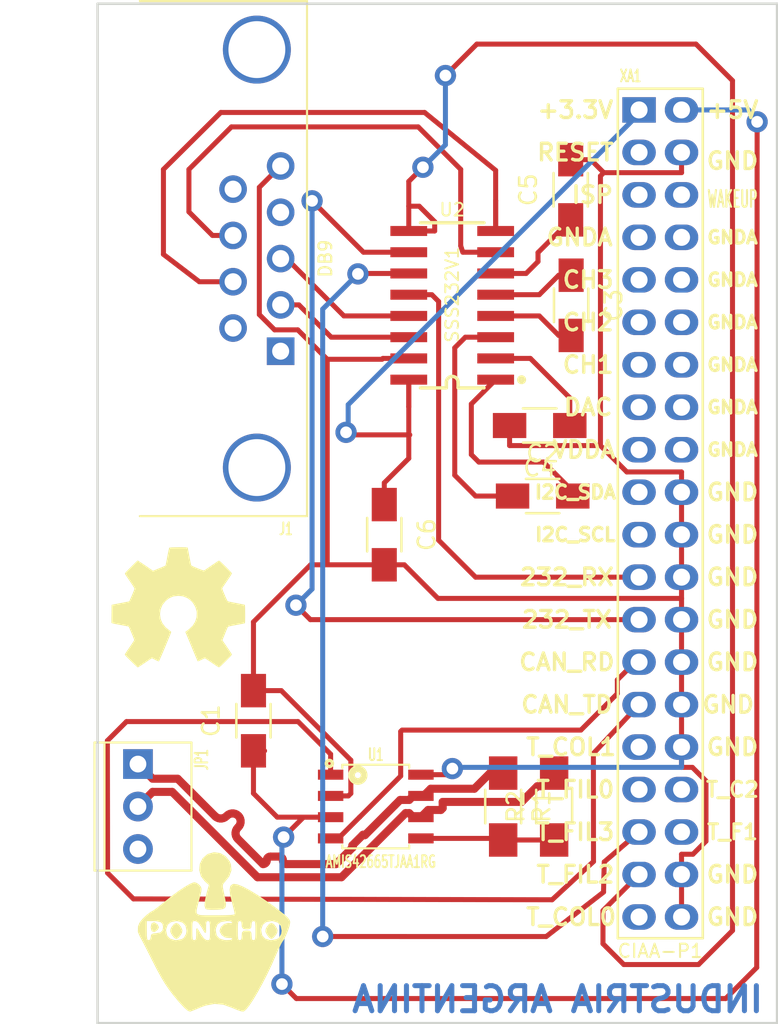
<source format=kicad_pcb>
(kicad_pcb (version 20171130) (host pcbnew "(5.1.12)-1")

  (general
    (thickness 1.6)
    (drawings 43)
    (tracks 340)
    (zones 0)
    (modules 15)
    (nets 23)
  )

  (page A4)
  (title_block
    (title "Ejercicio 2")
    (rev "Rev 0.1")
    (company "Christian Mista UNER")
  )

  (layers
    (0 F.Cu signal)
    (31 B.Cu signal)
    (32 B.Adhes user hide)
    (34 B.Paste user hide)
    (35 F.Paste user hide)
    (36 B.SilkS user hide)
    (37 F.SilkS user hide)
    (38 B.Mask user hide)
    (39 F.Mask user hide)
    (40 Dwgs.User user hide)
    (41 Cmts.User user hide)
    (42 Eco1.User user hide)
    (43 Eco2.User user hide)
    (44 Edge.Cuts user)
    (45 Margin user hide)
    (46 B.CrtYd user hide)
    (47 F.CrtYd user hide)
    (48 B.Fab user hide)
    (49 F.Fab user hide)
  )

  (setup
    (last_trace_width 0.3)
    (trace_clearance 0.3)
    (zone_clearance 0.381)
    (zone_45_only no)
    (trace_min 0.3)
    (via_size 1.27)
    (via_drill 0.7)
    (via_min_size 1.27)
    (via_min_drill 0.7)
    (uvia_size 0.3)
    (uvia_drill 0.1)
    (uvias_allowed no)
    (uvia_min_size 0.2)
    (uvia_min_drill 0.1)
    (edge_width 0.15)
    (segment_width 0.2)
    (pcb_text_width 0.3)
    (pcb_text_size 1.5 1.5)
    (mod_edge_width 0.15)
    (mod_text_size 1 1)
    (mod_text_width 0.15)
    (pad_size 1.524 1.524)
    (pad_drill 0.762)
    (pad_to_mask_clearance 0.2)
    (aux_axis_origin 0 0)
    (visible_elements 7FFFFFFF)
    (pcbplotparams
      (layerselection 0x00030_80000001)
      (usegerberextensions false)
      (usegerberattributes true)
      (usegerberadvancedattributes true)
      (creategerberjobfile true)
      (excludeedgelayer true)
      (linewidth 0.100000)
      (plotframeref false)
      (viasonmask false)
      (mode 1)
      (useauxorigin false)
      (hpglpennumber 1)
      (hpglpenspeed 20)
      (hpglpendiameter 15.000000)
      (psnegative false)
      (psa4output false)
      (plotreference true)
      (plotvalue true)
      (plotinvisibletext false)
      (padsonsilk false)
      (subtractmaskfromsilk false)
      (outputformat 1)
      (mirror false)
      (drillshape 1)
      (scaleselection 1)
      (outputdirectory ""))
  )

  (net 0 "")
  (net 1 GND)
  (net 2 +5V)
  (net 3 "Net-(C2-Pad1)")
  (net 4 "Net-(C3-Pad1)")
  (net 5 "Net-(C3-Pad2)")
  (net 6 "Net-(C4-Pad2)")
  (net 7 "Net-(C5-Pad2)")
  (net 8 +3.3V)
  (net 9 "Net-(J1-Pad2)")
  (net 10 "Net-(J1-Pad3)")
  (net 11 "Net-(J1-Pad7)")
  (net 12 "Net-(J1-Pad8)")
  (net 13 "Net-(R1-Pad2)")
  (net 14 /Conector/CAN_TX)
  (net 15 /Conector/CAN_RX)
  (net 16 /Conector/CTS)
  (net 17 /Conector/RXD)
  (net 18 /Conector/RTS)
  (net 19 /Conector/TXD)
  (net 20 "Net-(C2-Pad2)")
  (net 21 /Conector/CAN_P)
  (net 22 /Conector/CAN_N)

  (net_class Default "This is the default net class."
    (clearance 0.3)
    (trace_width 0.3)
    (via_dia 1.27)
    (via_drill 0.7)
    (uvia_dia 0.3)
    (uvia_drill 0.1)
    (add_net +3.3V)
    (add_net +5V)
    (add_net /Conector/CAN_N)
    (add_net /Conector/CAN_P)
    (add_net /Conector/CAN_RX)
    (add_net /Conector/CAN_TX)
    (add_net /Conector/CTS)
    (add_net /Conector/RTS)
    (add_net /Conector/RXD)
    (add_net /Conector/TXD)
    (add_net GND)
    (add_net "Net-(C2-Pad1)")
    (add_net "Net-(C2-Pad2)")
    (add_net "Net-(C3-Pad1)")
    (add_net "Net-(C3-Pad2)")
    (add_net "Net-(C4-Pad2)")
    (add_net "Net-(C5-Pad2)")
    (add_net "Net-(J1-Pad2)")
    (add_net "Net-(J1-Pad3)")
    (add_net "Net-(J1-Pad7)")
    (add_net "Net-(J1-Pad8)")
    (add_net "Net-(R1-Pad2)")
  )

  (net_class 12MILS ""
    (clearance 0.3)
    (trace_width 0.3)
    (via_dia 1.27)
    (via_drill 0.7)
    (uvia_dia 0.3)
    (uvia_drill 0.1)
  )

  (module ej2:DB9_F_TH (layer F.Cu) (tedit 565607B0) (tstamp 5)
    (at 145.796 90.678 90)
    (path /565DDBDC/565E3F92)
    (fp_text reference J1 (at -16.165 1.735 180) (layer F.SilkS)
      (effects (font (size 0.7112 0.4572) (thickness 0.1143)))
    )
    (fp_text value DB9 (at 0 4.1 90) (layer F.SilkS)
      (effects (font (size 0.762 0.762) (thickness 0.127)))
    )
    (fp_line (start -15.4 -9.5) (end 15.4 -9.5) (layer Dwgs.User) (width 0.127))
    (fp_line (start 15.4 3) (end -15.4 3) (layer F.SilkS) (width 0.127))
    (fp_line (start -8.2 -14.9) (end -8.2 -9.5) (layer Dwgs.User) (width 0.127))
    (fp_line (start 8.2 -14.9) (end 8.2 -9.5) (layer Dwgs.User) (width 0.127))
    (fp_line (start 7.8 -15.3) (end -7.8 -15.3) (layer Dwgs.User) (width 0.127))
    (fp_line (start -14 -14.5) (end -14 -9.5) (layer Dwgs.User) (width 0.127))
    (fp_line (start -11 -14.5) (end -11 -9.5) (layer Dwgs.User) (width 0.127))
    (fp_line (start 11 -14.5) (end 11 -9.5) (layer Dwgs.User) (width 0.127))
    (fp_line (start 14 -14.5) (end 14 -9.5) (layer Dwgs.User) (width 0.127))
    (fp_line (start -14.6 -14.5) (end -10.4 -14.5) (layer Dwgs.User) (width 0.127))
    (fp_line (start -10 -14.1) (end -10 -9.5) (layer Dwgs.User) (width 0.127))
    (fp_line (start -15 -14.1) (end -15 -9.5) (layer Dwgs.User) (width 0.127))
    (fp_line (start 10.4 -14.5) (end 14.6 -14.5) (layer Dwgs.User) (width 0.127))
    (fp_line (start 15 -14.1) (end 15 -9.5) (layer Dwgs.User) (width 0.127))
    (fp_line (start 10 -14.1) (end 10 -9.5) (layer Dwgs.User) (width 0.127))
    (fp_line (start -15.4 -9.1) (end 15.4 -9.1) (layer Dwgs.User) (width 0.127))
    (fp_line (start -15.4 -9.5) (end -15.4 -7) (layer Dwgs.User) (width 0.127))
    (fp_line (start -15.4 3) (end -15.4 -7) (layer F.SilkS) (width 0.127))
    (fp_line (start 15.4 -9.5) (end 15.4 -7) (layer Dwgs.User) (width 0.127))
    (fp_line (start 15.4 3) (end 15.4 -7) (layer F.SilkS) (width 0.127))
    (fp_arc (start -14.2 -14.3) (end -14.2 -14.5) (angle 90) (layer Dwgs.User) (width 0.127))
    (fp_arc (start -13.8 -14.3) (end -14 -14.3) (angle 90) (layer Dwgs.User) (width 0.127))
    (fp_arc (start -10.8 -14.3) (end -11 -14.3) (angle 90) (layer Dwgs.User) (width 0.127))
    (fp_arc (start -11.2 -14.3) (end -11.2 -14.5) (angle 90) (layer Dwgs.User) (width 0.127))
    (fp_arc (start 11.2 -14.3) (end 11 -14.3) (angle 90) (layer Dwgs.User) (width 0.127))
    (fp_arc (start 10.8 -14.3) (end 10.8 -14.5) (angle 90) (layer Dwgs.User) (width 0.127))
    (fp_arc (start 14.2 -14.3) (end 14 -14.3) (angle 90) (layer Dwgs.User) (width 0.127))
    (fp_arc (start 13.8 -14.3) (end 13.8 -14.5) (angle 90) (layer Dwgs.User) (width 0.127))
    (fp_arc (start -14.6 -14.1) (end -15 -14.1) (angle 90) (layer Dwgs.User) (width 0.127))
    (fp_arc (start -10.4 -14.1) (end -10.4 -14.5) (angle 90) (layer Dwgs.User) (width 0.127))
    (fp_arc (start 10.4 -14.1) (end 10 -14.1) (angle 90) (layer Dwgs.User) (width 0.127))
    (fp_arc (start 14.6 -14.1) (end 14.6 -14.5) (angle 90) (layer Dwgs.User) (width 0.127))
    (fp_arc (start -7.8 -14.9) (end -8.2 -14.9) (angle 90) (layer Dwgs.User) (width 0.127))
    (fp_arc (start 7.8 -14.9) (end 7.8 -15.3) (angle 90) (layer Dwgs.User) (width 0.127))
    (pad 1 thru_hole rect (at -5.5372 1.4224 90) (size 1.651 1.651) (drill 1.016) (layers *.Cu *.Mask))
    (pad 2 thru_hole circle (at -2.7686 1.4224 90) (size 1.651 1.651) (drill 1.016) (layers *.Cu *.Mask)
      (net 9 "Net-(J1-Pad2)"))
    (pad 3 thru_hole circle (at 0 1.4224 90) (size 1.651 1.651) (drill 1.016) (layers *.Cu *.Mask)
      (net 10 "Net-(J1-Pad3)"))
    (pad 4 thru_hole circle (at 2.7686 1.4224 90) (size 1.651 1.651) (drill 1.016) (layers *.Cu *.Mask))
    (pad 5 thru_hole circle (at 5.5372 1.4224 90) (size 1.651 1.651) (drill 1.016) (layers *.Cu *.Mask)
      (net 1 GND))
    (pad 6 thru_hole circle (at -4.1529 -1.4224 90) (size 1.651 1.651) (drill 1.016) (layers *.Cu *.Mask))
    (pad 7 thru_hole circle (at -1.3843 -1.4224 90) (size 1.651 1.651) (drill 1.016) (layers *.Cu *.Mask)
      (net 11 "Net-(J1-Pad7)"))
    (pad 8 thru_hole circle (at 1.3843 -1.4224 90) (size 1.651 1.651) (drill 1.016) (layers *.Cu *.Mask)
      (net 12 "Net-(J1-Pad8)"))
    (pad 9 thru_hole circle (at 4.1529 -1.4224 90) (size 1.651 1.651) (drill 1.016) (layers *.Cu *.Mask))
    (pad 10 thru_hole circle (at -12.4968 0 90) (size 4.064 4.064) (drill 3.4) (layers *.Cu *.Mask))
    (pad 11 thru_hole circle (at 12.4968 0 90) (size 4.064 4.064) (drill 3.4) (layers *.Cu *.Mask))
    (model ${KIPRJMOD}/ej2.3dshapes/db_9f.wrl
      (offset (xyz 0 7.873999881744385 0))
      (scale (xyz 1 1.1 1))
      (rotate (xyz 0 0 180))
    )
  )

  (module ej2:CON_PALETA_3 (layer F.Cu) (tedit 55918D28) (tstamp 565E006D)
    (at 138.684 123.444 270)
    (path /565DDB88/565E0B3C)
    (fp_text reference JP1 (at -2.8 -3.8 270) (layer F.SilkS)
      (effects (font (size 0.762 0.4572) (thickness 0.127)))
    )
    (fp_text value CONN_3 (at 0 3.3 270) (layer F.Fab)
      (effects (font (size 0.762 0.4572) (thickness 0.127)))
    )
    (fp_line (start 3.83 2) (end -3.83 2) (layer F.SilkS) (width 0.127))
    (fp_line (start 3.83 2.6) (end -3.83 2.6) (layer F.SilkS) (width 0.127))
    (fp_line (start -3.83 2.6) (end -3.83 -3.2) (layer F.SilkS) (width 0.127))
    (fp_line (start -3.83 -3.2) (end 3.83 -3.2) (layer F.SilkS) (width 0.127))
    (fp_line (start 3.83 -3.2) (end 3.83 2.6) (layer F.SilkS) (width 0.127))
    (pad 1 thru_hole rect (at -2.54 0 270) (size 1.778 1.778) (drill 1) (layers *.Cu *.Mask)
      (net 21 /Conector/CAN_P))
    (pad 2 thru_hole circle (at 0 0 270) (size 1.778 1.778) (drill 1) (layers *.Cu *.Mask)
      (net 22 /Conector/CAN_N))
    (pad 3 thru_hole circle (at 2.54 0 270) (size 1.778 1.778) (drill 1) (layers *.Cu *.Mask))
    (model ${KIPRJMOD}/ej2.3dshapes/CON_PALETA_3.wrl
      (offset (xyz 0 0.3047999954223633 0))
      (scale (xyz 0.395 0.395 0.395))
      (rotate (xyz 0 0 180))
    )
  )

  (module ej2:R_1206_HandSoldering (layer F.Cu) (tedit 5418A20D) (tstamp 5)
    (at 160.528 123.444 270)
    (descr "Resistor SMD 1206, hand soldering")
    (tags "resistor 1206")
    (path /565DDB88/565E0170)
    (attr smd)
    (fp_text reference R1 (at 0 -2.3 270) (layer F.SilkS)
      (effects (font (size 1 1) (thickness 0.15)))
    )
    (fp_text value 60 (at 0 2.3 270) (layer F.Fab)
      (effects (font (size 1 1) (thickness 0.15)))
    )
    (fp_line (start -1 -1.075) (end 1 -1.075) (layer F.SilkS) (width 0.15))
    (fp_line (start 1 1.075) (end -1 1.075) (layer F.SilkS) (width 0.15))
    (fp_line (start 3.3 -1.2) (end 3.3 1.2) (layer F.CrtYd) (width 0.05))
    (fp_line (start -3.3 -1.2) (end -3.3 1.2) (layer F.CrtYd) (width 0.05))
    (fp_line (start -3.3 1.2) (end 3.3 1.2) (layer F.CrtYd) (width 0.05))
    (fp_line (start -3.3 -1.2) (end 3.3 -1.2) (layer F.CrtYd) (width 0.05))
    (pad 1 smd rect (at -2 0 270) (size 2 1.7) (layers F.Cu F.Paste F.Mask)
      (net 21 /Conector/CAN_P))
    (pad 2 smd rect (at 2 0 270) (size 2 1.7) (layers F.Cu F.Paste F.Mask)
      (net 13 "Net-(R1-Pad2)"))
    (model ${KIPRJMOD}/ej2.3dshapes/R_1206_HandSoldering.wrl
      (at (xyz 0 0 0))
      (scale (xyz 1 1 1))
      (rotate (xyz 0 0 0))
    )
  )

  (module ej2:R_1206_HandSoldering (layer F.Cu) (tedit 5418A20D) (tstamp 5)
    (at 163.576 123.444 90)
    (descr "Resistor SMD 1206, hand soldering")
    (tags "resistor 1206")
    (path /565DDB88/565E01B4)
    (attr smd)
    (fp_text reference R2 (at 0 -2.3 90) (layer F.SilkS)
      (effects (font (size 1 1) (thickness 0.15)))
    )
    (fp_text value 60 (at 0 2.3 90) (layer F.Fab)
      (effects (font (size 1 1) (thickness 0.15)))
    )
    (fp_line (start -1 -1.075) (end 1 -1.075) (layer F.SilkS) (width 0.15))
    (fp_line (start 1 1.075) (end -1 1.075) (layer F.SilkS) (width 0.15))
    (fp_line (start 3.3 -1.2) (end 3.3 1.2) (layer F.CrtYd) (width 0.05))
    (fp_line (start -3.3 -1.2) (end -3.3 1.2) (layer F.CrtYd) (width 0.05))
    (fp_line (start -3.3 1.2) (end 3.3 1.2) (layer F.CrtYd) (width 0.05))
    (fp_line (start -3.3 -1.2) (end 3.3 -1.2) (layer F.CrtYd) (width 0.05))
    (pad 1 smd rect (at -2 0 90) (size 2 1.7) (layers F.Cu F.Paste F.Mask)
      (net 13 "Net-(R1-Pad2)"))
    (pad 2 smd rect (at 2 0 90) (size 2 1.7) (layers F.Cu F.Paste F.Mask)
      (net 22 /Conector/CAN_N))
    (model ${KIPRJMOD}/ej2.3dshapes/R_1206_HandSoldering.wrl
      (at (xyz 0 0 0))
      (scale (xyz 1 1 1))
      (rotate (xyz 0 0 0))
    )
  )

  (module ej2:SOIC-8 (layer F.Cu) (tedit 53B412FC) (tstamp 5)
    (at 152.908 123.444)
    (descr SO-8)
    (path /565DDB88/565DFFEB)
    (fp_text reference U1 (at 0 -3.1) (layer F.SilkS)
      (effects (font (size 0.7112 0.4572) (thickness 0.1143)))
    )
    (fp_text value AMIS42665TJAA1RG (at 0.3 3.3) (layer F.SilkS)
      (effects (font (size 0.7112 0.4572) (thickness 0.1143)))
    )
    (fp_circle (center -1.0746 -1.8764) (end -1.1 -1.7) (layer F.SilkS) (width 0.4))
    (fp_circle (center -2.7746 -2.5764) (end -2.8 -2.5) (layer F.SilkS) (width 0.2032))
    (fp_line (start -2 2.5) (end 2 2.5) (layer F.SilkS) (width 0.127))
    (fp_line (start 2 -2.5) (end -2 -2.5) (layer F.SilkS) (width 0.127))
    (fp_line (start 2 -2.5) (end 2 -2.3) (layer F.SilkS) (width 0.127))
    (fp_line (start 2 2.5) (end 2 2.3) (layer F.SilkS) (width 0.127))
    (fp_line (start -2 2.5) (end -2 2.3) (layer F.SilkS) (width 0.127))
    (fp_line (start -2 -2.5) (end -2 -2.3) (layer F.SilkS) (width 0.127))
    (pad 1 smd rect (at -2.7 -1.905 270) (size 0.6 1.52) (layers F.Cu F.Paste F.Mask)
      (net 14 /Conector/CAN_TX))
    (pad 2 smd rect (at -2.7 -0.635 270) (size 0.6 1.52) (layers F.Cu F.Paste F.Mask)
      (net 1 GND))
    (pad 3 smd rect (at -2.7 0.635 270) (size 0.6 1.52) (layers F.Cu F.Paste F.Mask)
      (net 2 +5V))
    (pad 4 smd rect (at -2.7 1.905 270) (size 0.6 1.52) (layers F.Cu F.Paste F.Mask)
      (net 15 /Conector/CAN_RX))
    (pad 5 smd rect (at 2.7 1.905 270) (size 0.6 1.52) (layers F.Cu F.Paste F.Mask)
      (net 13 "Net-(R1-Pad2)"))
    (pad 6 smd rect (at 2.7 0.635 270) (size 0.6 1.52) (layers F.Cu F.Paste F.Mask)
      (net 22 /Conector/CAN_N))
    (pad 7 smd rect (at 2.7 -0.635 270) (size 0.6 1.52) (layers F.Cu F.Paste F.Mask)
      (net 21 /Conector/CAN_P))
    (pad 8 smd rect (at 2.7 -1.905 270) (size 0.6 1.52) (layers F.Cu F.Paste F.Mask)
      (net 1 GND))
    (model ${KIPRJMOD}/ej2.3dshapes/so-8.wrl
      (at (xyz 0 0 0))
      (scale (xyz 1 1 1))
      (rotate (xyz 0 0 90))
    )
  )

  (module ej2:SP3232ECN-SOIC16N (layer F.Cu) (tedit 5656340C) (tstamp 5)
    (at 157.48 93.472 90)
    (descr "SMALL OUTLINE INTEGRATED CIRCUIT")
    (tags "SMALL OUTLINE INTEGRATED CIRCUIT")
    (path /565DDBDC/565E78CC)
    (attr smd)
    (fp_text reference U2 (at 5.715 0 180) (layer F.SilkS)
      (effects (font (size 0.762 0.762) (thickness 0.1143)))
    )
    (fp_text value SSS232V1 (at 0.635 0 90) (layer F.SilkS)
      (effects (font (size 0.762 0.762) (thickness 0.1143)))
    )
    (fp_circle (center -4.45 4.15) (end -4.35 4.05) (layer F.SilkS) (width 0.254))
    (fp_line (start 4.93776 1.39954) (end 4.93776 1.89992) (layer F.SilkS) (width 0.2032))
    (fp_line (start 4.93776 -1.89992) (end 4.93776 1.39954) (layer F.SilkS) (width 0.2032))
    (fp_line (start -4.93776 -0.35) (end -4.93776 -1.89992) (layer F.SilkS) (width 0.2032))
    (fp_line (start -4.93776 1.89992) (end -4.93776 0.35) (layer F.SilkS) (width 0.2032))
    (fp_line (start -4.6 -0.35) (end -4.9 -0.35) (layer F.SilkS) (width 0.2032))
    (fp_line (start -4.6 0.35) (end -4.9 0.35) (layer F.SilkS) (width 0.2032))
    (fp_arc (start -4.6 0) (end -4.6 -0.35) (angle 180) (layer F.SilkS) (width 0.2032))
    (pad 1 smd rect (at -4.445 2.59842 90) (size 0.59944 2.19964) (layers F.Cu F.Paste F.Mask)
      (net 3 "Net-(C2-Pad1)"))
    (pad 2 smd rect (at -3.175 2.59842 90) (size 0.59944 2.19964) (layers F.Cu F.Paste F.Mask)
      (net 6 "Net-(C4-Pad2)"))
    (pad 3 smd rect (at -1.905 2.59842 90) (size 0.59944 2.19964) (layers F.Cu F.Paste F.Mask)
      (net 20 "Net-(C2-Pad2)"))
    (pad 4 smd rect (at -0.635 2.59842 90) (size 0.59944 2.19964) (layers F.Cu F.Paste F.Mask)
      (net 4 "Net-(C3-Pad1)"))
    (pad 5 smd rect (at 0.635 2.59842 90) (size 0.59944 2.19964) (layers F.Cu F.Paste F.Mask)
      (net 5 "Net-(C3-Pad2)"))
    (pad 6 smd rect (at 1.905 2.59842 90) (size 0.59944 2.19964) (layers F.Cu F.Paste F.Mask)
      (net 7 "Net-(C5-Pad2)"))
    (pad 7 smd rect (at 3.175 2.59842 90) (size 0.59944 2.19964) (layers F.Cu F.Paste F.Mask)
      (net 12 "Net-(J1-Pad8)"))
    (pad 8 smd rect (at 4.445 2.59842 90) (size 0.59944 2.19964) (layers F.Cu F.Paste F.Mask)
      (net 11 "Net-(J1-Pad7)"))
    (pad 9 smd rect (at 4.445 -2.59842 90) (size 0.59944 2.19964) (layers F.Cu F.Paste F.Mask)
      (net 16 /Conector/CTS))
    (pad 10 smd rect (at 3.175 -2.59842 90) (size 0.59944 2.19964) (layers F.Cu F.Paste F.Mask)
      (net 17 /Conector/RXD))
    (pad 11 smd rect (at 1.905 -2.59842 90) (size 0.59944 2.19964) (layers F.Cu F.Paste F.Mask)
      (net 18 /Conector/RTS))
    (pad 12 smd rect (at 0.635 -2.59842 90) (size 0.59944 2.19964) (layers F.Cu F.Paste F.Mask)
      (net 19 /Conector/TXD))
    (pad 13 smd rect (at -0.635 -2.59842 90) (size 0.59944 2.19964) (layers F.Cu F.Paste F.Mask)
      (net 10 "Net-(J1-Pad3)"))
    (pad 14 smd rect (at -1.905 -2.59842 90) (size 0.59944 2.19964) (layers F.Cu F.Paste F.Mask)
      (net 9 "Net-(J1-Pad2)"))
    (pad 15 smd rect (at -3.175 -2.59842 90) (size 0.59944 2.19964) (layers F.Cu F.Paste F.Mask)
      (net 1 GND))
    (pad 16 smd rect (at -4.445 -2.59842 90) (size 0.59944 2.19964) (layers F.Cu F.Paste F.Mask)
      (net 8 +3.3V))
    (model ${KIPRJMOD}/ej2.3dshapes/so-16.wrl
      (at (xyz 0 0 0))
      (scale (xyz 1 1 1))
      (rotate (xyz 0 0 0))
    )
  )

  (module ej2:Conn_Poncho_Derecha (layer F.Cu) (tedit 565779F5) (tstamp 565E00C5)
    (at 168.656 81.788)
    (tags "CONN Poncho")
    (path /565DDB88/565DF5C1)
    (fp_text reference XA1 (at -0.508 -2.032) (layer F.SilkS)
      (effects (font (size 0.7112 0.4572) (thickness 0.1143)))
    )
    (fp_text value Conn_Poncho2P_2x_20x2 (at -1.905 51.181) (layer F.SilkS) hide
      (effects (font (size 0.7112 0.4572) (thickness 0.1143)))
    )
    (fp_line (start 3.81 -1.27) (end -1.27 -1.27) (layer F.SilkS) (width 0.15))
    (fp_line (start 3.81 49.53) (end -1.27 49.53) (layer F.SilkS) (width 0.15))
    (fp_line (start 3.81 49.53) (end 3.81 -1.27) (layer F.SilkS) (width 0.15))
    (fp_line (start -1.27 49.53) (end -1.27 -1.27) (layer F.SilkS) (width 0.15))
    (fp_text user GND (at 5.588 48.26) (layer F.SilkS)
      (effects (font (size 1 1) (thickness 0.2)))
    )
    (fp_text user GND (at 5.588 45.72) (layer F.SilkS)
      (effects (font (size 1 1) (thickness 0.2)))
    )
    (fp_text user T_F1 (at 5.588 43.18) (layer F.SilkS)
      (effects (font (size 0.9 0.9) (thickness 0.18)))
    )
    (fp_text user T_C2 (at 5.588 40.64) (layer F.SilkS)
      (effects (font (size 0.9 0.9) (thickness 0.18)))
    )
    (fp_text user GND (at 5.588 38.1) (layer F.SilkS)
      (effects (font (size 1 1) (thickness 0.2)))
    )
    (fp_text user GND (at 5.334 35.56) (layer F.SilkS)
      (effects (font (size 1 1) (thickness 0.2)))
    )
    (fp_text user GND (at 5.588 33.02) (layer F.SilkS)
      (effects (font (size 1 1) (thickness 0.2)))
    )
    (fp_text user GND (at 5.588 30.48) (layer F.SilkS)
      (effects (font (size 1 1) (thickness 0.2)))
    )
    (fp_text user GND (at 5.588 27.94) (layer F.SilkS)
      (effects (font (size 1 1) (thickness 0.2)))
    )
    (fp_text user GND (at 5.588 25.4) (layer F.SilkS)
      (effects (font (size 1 1) (thickness 0.2)))
    )
    (fp_text user GND (at 5.588 22.86) (layer F.SilkS)
      (effects (font (size 1 1) (thickness 0.2)))
    )
    (fp_text user GNDA (at 5.588 20.32) (layer F.SilkS)
      (effects (font (size 0.76 0.76) (thickness 0.19)))
    )
    (fp_text user GNDA (at 5.588 17.78) (layer F.SilkS)
      (effects (font (size 0.76 0.76) (thickness 0.19)))
    )
    (fp_text user GNDA (at 5.588 15.24) (layer F.SilkS)
      (effects (font (size 0.76 0.76) (thickness 0.19)))
    )
    (fp_text user GNDA (at 5.588 12.7) (layer F.SilkS)
      (effects (font (size 0.76 0.76) (thickness 0.19)))
    )
    (fp_text user GNDA (at 5.588 10.16) (layer F.SilkS)
      (effects (font (size 0.76 0.76) (thickness 0.19)))
    )
    (fp_text user GNDA (at 5.588 7.62) (layer F.SilkS)
      (effects (font (size 0.76 0.76) (thickness 0.19)))
    )
    (fp_text user WAKEUP (at 5.588 5.334) (layer F.SilkS)
      (effects (font (size 1 0.5) (thickness 0.125)))
    )
    (fp_text user GND (at 5.588 3.048) (layer F.SilkS)
      (effects (font (size 1 1) (thickness 0.2)))
    )
    (fp_text user +5V (at 5.588 0) (layer F.SilkS)
      (effects (font (size 1 1) (thickness 0.2)))
    )
    (fp_text user T_COL0 (at -4.064 48.26) (layer F.SilkS)
      (effects (font (size 1 1) (thickness 0.2)))
    )
    (fp_text user T_FIL2 (at -3.81 45.72) (layer F.SilkS)
      (effects (font (size 1 1) (thickness 0.2)))
    )
    (fp_text user T_FIL3 (at -3.81 43.18) (layer F.SilkS)
      (effects (font (size 1 1) (thickness 0.2)))
    )
    (fp_text user T_FIL0 (at -3.81 40.64) (layer F.SilkS)
      (effects (font (size 1 1) (thickness 0.2)))
    )
    (fp_text user T_COL1 (at -4.064 38.1) (layer F.SilkS)
      (effects (font (size 1 1) (thickness 0.2)))
    )
    (fp_text user CAN_TD (at -4.318 35.56) (layer F.SilkS)
      (effects (font (size 1 1) (thickness 0.2)))
    )
    (fp_text user CAN_RD (at -4.318 33.02) (layer F.SilkS)
      (effects (font (size 1 1) (thickness 0.2)))
    )
    (fp_text user 232_TX (at -4.318 30.48) (layer F.SilkS)
      (effects (font (size 1 1) (thickness 0.2)))
    )
    (fp_text user 232_RX (at -4.318 27.94) (layer F.SilkS)
      (effects (font (size 1 1) (thickness 0.2)))
    )
    (fp_text user I2C_SCL (at -3.81 25.4) (layer F.SilkS)
      (effects (font (size 0.8 0.8) (thickness 0.2)))
    )
    (fp_text user I2C_SDA (at -3.81 22.86) (layer F.SilkS)
      (effects (font (size 0.8 0.8) (thickness 0.2)))
    )
    (fp_text user VDDA (at -3.302 20.32) (layer F.SilkS)
      (effects (font (size 1 1) (thickness 0.2)))
    )
    (fp_text user DAC (at -3.048 17.78) (layer F.SilkS)
      (effects (font (size 1 1) (thickness 0.2)))
    )
    (fp_text user CH1 (at -3.048 15.24) (layer F.SilkS)
      (effects (font (size 1 1) (thickness 0.2)))
    )
    (fp_text user CH2 (at -3.048 12.7) (layer F.SilkS)
      (effects (font (size 1 1) (thickness 0.2)))
    )
    (fp_text user CH3 (at -3.048 10.16) (layer F.SilkS)
      (effects (font (size 1 1) (thickness 0.2)))
    )
    (fp_text user GNDA (at -3.556 7.62) (layer F.SilkS)
      (effects (font (size 1 1) (thickness 0.2)))
    )
    (fp_text user ISP (at -2.794 5.08) (layer F.SilkS)
      (effects (font (size 1 1) (thickness 0.2)))
    )
    (fp_text user RESET (at -3.81 2.54) (layer F.SilkS)
      (effects (font (size 1 1) (thickness 0.2)))
    )
    (fp_text user CIAA-P1 (at 1.27 50.292) (layer F.SilkS)
      (effects (font (size 0.8 0.8) (thickness 0.12)))
    )
    (fp_text user +3.3V (at -3.81 0) (layer F.SilkS)
      (effects (font (size 1 1) (thickness 0.2)))
    )
    (pad 1 thru_hole rect (at 0 0 270) (size 1.524 2) (drill 1.016) (layers *.Cu *.Mask)
      (net 8 +3.3V))
    (pad 2 thru_hole oval (at 2.54 0 270) (size 1.524 2) (drill 1.016) (layers *.Cu *.Mask)
      (net 2 +5V))
    (pad 11 thru_hole oval (at 0 12.7 270) (size 1.524 2) (drill 1.016) (layers *.Cu *.Mask))
    (pad 4 thru_hole oval (at 2.54 2.54 270) (size 1.524 2) (drill 1.016) (layers *.Cu *.Mask)
      (net 1 GND))
    (pad 13 thru_hole oval (at 0 15.24 270) (size 1.524 2) (drill 1.016) (layers *.Cu *.Mask))
    (pad 6 thru_hole oval (at 2.54 5.08 270) (size 1.524 2) (drill 1.016) (layers *.Cu *.Mask))
    (pad 15 thru_hole oval (at 0 17.78 270) (size 1.524 2) (drill 1.016) (layers *.Cu *.Mask))
    (pad 8 thru_hole oval (at 2.54 7.62 270) (size 1.524 2) (drill 1.016) (layers *.Cu *.Mask))
    (pad 17 thru_hole oval (at 0 20.32 270) (size 1.524 2) (drill 1.016) (layers *.Cu *.Mask))
    (pad 10 thru_hole oval (at 2.54 10.16 270) (size 1.524 2) (drill 1.016) (layers *.Cu *.Mask))
    (pad 19 thru_hole oval (at 0 22.86 270) (size 1.524 2) (drill 1.016) (layers *.Cu *.Mask))
    (pad 12 thru_hole oval (at 2.54 12.7 270) (size 1.524 2) (drill 1.016) (layers *.Cu *.Mask))
    (pad 21 thru_hole oval (at 0 25.4 270) (size 1.524 2) (drill 1.016) (layers *.Cu *.Mask))
    (pad 14 thru_hole oval (at 2.54 15.24 270) (size 1.524 2) (drill 1.016) (layers *.Cu *.Mask))
    (pad 23 thru_hole oval (at 0 27.94 270) (size 1.524 2) (drill 1.016) (layers *.Cu *.Mask)
      (net 19 /Conector/TXD))
    (pad 16 thru_hole oval (at 2.54 17.78 270) (size 1.524 2) (drill 1.016) (layers *.Cu *.Mask))
    (pad 25 thru_hole oval (at 0 30.48 270) (size 1.524 2) (drill 1.016) (layers *.Cu *.Mask)
      (net 17 /Conector/RXD))
    (pad 18 thru_hole oval (at 2.54 20.32 270) (size 1.524 2) (drill 1.016) (layers *.Cu *.Mask))
    (pad 27 thru_hole oval (at 0 33.02 270) (size 1.524 2) (drill 1.016) (layers *.Cu *.Mask)
      (net 15 /Conector/CAN_RX))
    (pad 20 thru_hole oval (at 2.54 22.86 270) (size 1.524 2) (drill 1.016) (layers *.Cu *.Mask)
      (net 1 GND))
    (pad 29 thru_hole oval (at 0 35.56 270) (size 1.524 2) (drill 1.016) (layers *.Cu *.Mask)
      (net 14 /Conector/CAN_TX))
    (pad 22 thru_hole oval (at 2.54 25.4 270) (size 1.524 2) (drill 1.016) (layers *.Cu *.Mask)
      (net 1 GND))
    (pad 31 thru_hole oval (at 0 38.1 270) (size 1.524 2) (drill 1.016) (layers *.Cu *.Mask))
    (pad 24 thru_hole oval (at 2.54 27.94 270) (size 1.524 2) (drill 1.016) (layers *.Cu *.Mask)
      (net 1 GND))
    (pad 26 thru_hole oval (at 2.54 30.48 270) (size 1.524 2) (drill 1.016) (layers *.Cu *.Mask)
      (net 1 GND))
    (pad 33 thru_hole oval (at 0 40.64 270) (size 1.524 2) (drill 1.016) (layers *.Cu *.Mask))
    (pad 28 thru_hole oval (at 2.54 33.02 270) (size 1.524 2) (drill 1.016) (layers *.Cu *.Mask)
      (net 1 GND))
    (pad 32 thru_hole oval (at 2.54 38.1 270) (size 1.524 2) (drill 1.016) (layers *.Cu *.Mask)
      (net 1 GND))
    (pad 34 thru_hole oval (at 2.54 40.64 270) (size 1.524 2) (drill 1.016) (layers *.Cu *.Mask))
    (pad 36 thru_hole oval (at 2.54 43.18 270) (size 1.524 2) (drill 1.016) (layers *.Cu *.Mask))
    (pad 38 thru_hole oval (at 2.54 45.72 270) (size 1.524 2) (drill 1.016) (layers *.Cu *.Mask)
      (net 1 GND))
    (pad 35 thru_hole oval (at 0 43.18 270) (size 1.524 2) (drill 1.016) (layers *.Cu *.Mask)
      (net 18 /Conector/RTS))
    (pad 37 thru_hole oval (at 0 45.72 270) (size 1.524 2) (drill 1.016) (layers *.Cu *.Mask)
      (net 16 /Conector/CTS))
    (pad 3 thru_hole oval (at 0 2.54 270) (size 1.524 2) (drill 1.016) (layers *.Cu *.Mask))
    (pad 5 thru_hole oval (at 0 5.08 270) (size 1.524 2) (drill 1.016) (layers *.Cu *.Mask))
    (pad 7 thru_hole oval (at 0 7.62 270) (size 1.524 2) (drill 1.016) (layers *.Cu *.Mask))
    (pad 9 thru_hole oval (at 0 10.16 270) (size 1.524 2) (drill 1.016) (layers *.Cu *.Mask))
    (pad 39 thru_hole oval (at 0 48.26 270) (size 1.524 2) (drill 1.016) (layers *.Cu *.Mask))
    (pad 40 thru_hole oval (at 2.54 48.26 270) (size 1.524 2) (drill 1.016) (layers *.Cu *.Mask)
      (net 1 GND))
    (pad 30 thru_hole oval (at 2.54 35.56 270) (size 1.524 2) (drill 1.016) (layers *.Cu *.Mask)
      (net 1 GND))
    (model ${KIPRJMOD}/ej2.3dshapes/pin_strip_20x2.wrl
      (offset (xyz 1.269999980926514 -24.12999963760376 -1.600199975967407))
      (scale (xyz 1 1 1))
      (rotate (xyz 180 0 90))
    )
  )

  (module ej2:C_1206_HandSoldering (layer F.Cu) (tedit 565E0A4F) (tstamp 565E0C12)
    (at 145.593 118.313 270)
    (path /565DDB88/565E04AF)
    (fp_text reference C1 (at 0 2.54 270) (layer F.SilkS)
      (effects (font (size 1 1) (thickness 0.15)))
    )
    (fp_text value "100 nF" (at 0 -2.54 270) (layer F.Fab)
      (effects (font (size 1 1) (thickness 0.15)))
    )
    (fp_line (start -3.3 1.15) (end 3.3 1.15) (layer F.CrtYd) (width 0.05))
    (fp_line (start -3.3 -1.15) (end 3.3 -1.15) (layer F.CrtYd) (width 0.05))
    (fp_line (start 3.3 1.15) (end 3.3 -1.15) (layer F.CrtYd) (width 0.05))
    (fp_line (start -3.3 1.15) (end -3.3 -1.15) (layer F.CrtYd) (width 0.05))
    (fp_line (start 1 -1.025) (end -1 -1.025) (layer F.SilkS) (width 0.15))
    (fp_line (start -1 1.025) (end 1 1.025) (layer F.SilkS) (width 0.15))
    (pad 1 smd rect (at -1.8 0 270) (size 2 1.5) (layers F.Cu F.Paste F.Mask)
      (net 1 GND))
    (pad 2 smd rect (at 1.8 0 270) (size 2 1.5) (layers F.Cu F.Paste F.Mask)
      (net 2 +5V))
    (model ${KIPRJMOD}/ej2.3dshapes/C_1206_HandSoldering.wrl
      (at (xyz 0 0 0))
      (scale (xyz 1 1 1))
      (rotate (xyz 0 0 0))
    )
  )

  (module ej2:C_1206_HandSoldering (layer F.Cu) (tedit 565E0A4F) (tstamp 565E0C28)
    (at 164.592 93.472 90)
    (path /565DDBDC/565E1F21)
    (fp_text reference C3 (at 0 2.54 90) (layer F.SilkS)
      (effects (font (size 1 1) (thickness 0.15)))
    )
    (fp_text value "100 nF" (at 0 -2.54 90) (layer F.Fab)
      (effects (font (size 1 1) (thickness 0.15)))
    )
    (fp_line (start -3.3 1.15) (end 3.3 1.15) (layer F.CrtYd) (width 0.05))
    (fp_line (start -3.3 -1.15) (end 3.3 -1.15) (layer F.CrtYd) (width 0.05))
    (fp_line (start 3.3 1.15) (end 3.3 -1.15) (layer F.CrtYd) (width 0.05))
    (fp_line (start -3.3 1.15) (end -3.3 -1.15) (layer F.CrtYd) (width 0.05))
    (fp_line (start 1 -1.025) (end -1 -1.025) (layer F.SilkS) (width 0.15))
    (fp_line (start -1 1.025) (end 1 1.025) (layer F.SilkS) (width 0.15))
    (pad 1 smd rect (at -1.8 0 90) (size 2 1.5) (layers F.Cu F.Paste F.Mask)
      (net 4 "Net-(C3-Pad1)"))
    (pad 2 smd rect (at 1.8 0 90) (size 2 1.5) (layers F.Cu F.Paste F.Mask)
      (net 5 "Net-(C3-Pad2)"))
    (model ${KIPRJMOD}/ej2.3dshapes/C_1206_HandSoldering.wrl
      (at (xyz 0 0 0))
      (scale (xyz 1 1 1))
      (rotate (xyz 0 0 0))
    )
  )

  (module ej2:C_1206_HandSoldering (layer F.Cu) (tedit 565E0A4F) (tstamp 565E0C33)
    (at 162.712 100.66)
    (path /565DDBDC/565E1F8D)
    (fp_text reference C4 (at 0 2.54) (layer F.SilkS)
      (effects (font (size 1 1) (thickness 0.15)))
    )
    (fp_text value "100 nF" (at 0 -2.54) (layer F.Fab)
      (effects (font (size 1 1) (thickness 0.15)))
    )
    (fp_line (start -3.3 1.15) (end 3.3 1.15) (layer F.CrtYd) (width 0.05))
    (fp_line (start -3.3 -1.15) (end 3.3 -1.15) (layer F.CrtYd) (width 0.05))
    (fp_line (start 3.3 1.15) (end 3.3 -1.15) (layer F.CrtYd) (width 0.05))
    (fp_line (start -3.3 1.15) (end -3.3 -1.15) (layer F.CrtYd) (width 0.05))
    (fp_line (start 1 -1.025) (end -1 -1.025) (layer F.SilkS) (width 0.15))
    (fp_line (start -1 1.025) (end 1 1.025) (layer F.SilkS) (width 0.15))
    (pad 1 smd rect (at -1.8 0) (size 2 1.5) (layers F.Cu F.Paste F.Mask)
      (net 1 GND))
    (pad 2 smd rect (at 1.8 0) (size 2 1.5) (layers F.Cu F.Paste F.Mask)
      (net 6 "Net-(C4-Pad2)"))
    (model ${KIPRJMOD}/ej2.3dshapes/C_1206_HandSoldering.wrl
      (at (xyz 0 0 0))
      (scale (xyz 1 1 1))
      (rotate (xyz 0 0 0))
    )
  )

  (module ej2:C_1206_HandSoldering (layer F.Cu) (tedit 565E0A4F) (tstamp 565E0C3E)
    (at 164.567 86.5632 270)
    (path /565DDBDC/565E2009)
    (fp_text reference C5 (at 0 2.54 270) (layer F.SilkS)
      (effects (font (size 1 1) (thickness 0.15)))
    )
    (fp_text value "100 nF" (at 0 -2.54 270) (layer F.Fab)
      (effects (font (size 1 1) (thickness 0.15)))
    )
    (fp_line (start -3.3 1.15) (end 3.3 1.15) (layer F.CrtYd) (width 0.05))
    (fp_line (start -3.3 -1.15) (end 3.3 -1.15) (layer F.CrtYd) (width 0.05))
    (fp_line (start 3.3 1.15) (end 3.3 -1.15) (layer F.CrtYd) (width 0.05))
    (fp_line (start -3.3 1.15) (end -3.3 -1.15) (layer F.CrtYd) (width 0.05))
    (fp_line (start 1 -1.025) (end -1 -1.025) (layer F.SilkS) (width 0.15))
    (fp_line (start -1 1.025) (end 1 1.025) (layer F.SilkS) (width 0.15))
    (pad 1 smd rect (at -1.8 0 270) (size 2 1.5) (layers F.Cu F.Paste F.Mask)
      (net 1 GND))
    (pad 2 smd rect (at 1.8 0 270) (size 2 1.5) (layers F.Cu F.Paste F.Mask)
      (net 7 "Net-(C5-Pad2)"))
    (model ${KIPRJMOD}/ej2.3dshapes/C_1206_HandSoldering.wrl
      (at (xyz 0 0 0))
      (scale (xyz 1 1 1))
      (rotate (xyz 0 0 0))
    )
  )

  (module ej2:C_1206_HandSoldering (layer F.Cu) (tedit 565E0A4F) (tstamp 565E0C49)
    (at 153.416 107.188 90)
    (path /565DDBDC/565E2174)
    (fp_text reference C6 (at 0 2.54 90) (layer F.SilkS)
      (effects (font (size 1 1) (thickness 0.15)))
    )
    (fp_text value "100 nF" (at 0 -2.54 90) (layer F.Fab)
      (effects (font (size 1 1) (thickness 0.15)))
    )
    (fp_line (start -3.3 1.15) (end 3.3 1.15) (layer F.CrtYd) (width 0.05))
    (fp_line (start -3.3 -1.15) (end 3.3 -1.15) (layer F.CrtYd) (width 0.05))
    (fp_line (start 3.3 1.15) (end 3.3 -1.15) (layer F.CrtYd) (width 0.05))
    (fp_line (start -3.3 1.15) (end -3.3 -1.15) (layer F.CrtYd) (width 0.05))
    (fp_line (start 1 -1.025) (end -1 -1.025) (layer F.SilkS) (width 0.15))
    (fp_line (start -1 1.025) (end 1 1.025) (layer F.SilkS) (width 0.15))
    (pad 1 smd rect (at -1.8 0 90) (size 2 1.5) (layers F.Cu F.Paste F.Mask)
      (net 1 GND))
    (pad 2 smd rect (at 1.8 0 90) (size 2 1.5) (layers F.Cu F.Paste F.Mask)
      (net 8 +3.3V))
    (model ${KIPRJMOD}/ej2.3dshapes/C_1206_HandSoldering.wrl
      (at (xyz 0 0 0))
      (scale (xyz 1 1 1))
      (rotate (xyz 0 0 0))
    )
  )

  (module ej2:C_1206_HandSoldering (layer F.Cu) (tedit 565E0A4F) (tstamp 565E0EC9)
    (at 162.89 104.877 180)
    (path /565DDBDC/565E1EC6)
    (fp_text reference C2 (at 0 2.54 180) (layer F.SilkS)
      (effects (font (size 1 1) (thickness 0.15)))
    )
    (fp_text value "100 nF" (at 0 -2.54 180) (layer F.Fab)
      (effects (font (size 1 1) (thickness 0.15)))
    )
    (fp_line (start -3.3 1.15) (end 3.3 1.15) (layer F.CrtYd) (width 0.05))
    (fp_line (start -3.3 -1.15) (end 3.3 -1.15) (layer F.CrtYd) (width 0.05))
    (fp_line (start 3.3 1.15) (end 3.3 -1.15) (layer F.CrtYd) (width 0.05))
    (fp_line (start -3.3 1.15) (end -3.3 -1.15) (layer F.CrtYd) (width 0.05))
    (fp_line (start 1 -1.025) (end -1 -1.025) (layer F.SilkS) (width 0.15))
    (fp_line (start -1 1.025) (end 1 1.025) (layer F.SilkS) (width 0.15))
    (pad 1 smd rect (at -1.8 0 180) (size 2 1.5) (layers F.Cu F.Paste F.Mask)
      (net 3 "Net-(C2-Pad1)"))
    (pad 2 smd rect (at 1.8 0 180) (size 2 1.5) (layers F.Cu F.Paste F.Mask)
      (net 20 "Net-(C2-Pad2)"))
    (model ${KIPRJMOD}/ej2.3dshapes/C_1206_HandSoldering.wrl
      (at (xyz 0 0 0))
      (scale (xyz 1 1 1))
      (rotate (xyz 0 0 0))
    )
  )

  (module ej2:Logo_OSHWA (layer F.Cu) (tedit 560D8B85) (tstamp 565EFD67)
    (at 141.097 111.5314)
    (fp_text reference G101 (at 0 4.2418) (layer F.SilkS) hide
      (effects (font (size 0.7112 0.4572) (thickness 0.1143)))
    )
    (fp_text value Logo_OSHWA (at 0 -4.2418) (layer F.SilkS) hide
      (effects (font (size 0.36322 0.36322) (thickness 0.07112)))
    )
    (fp_poly (pts (xy -2.42316 3.59156) (xy -2.38252 3.57124) (xy -2.28854 3.51282) (xy -2.15392 3.42392)
      (xy -1.99644 3.31978) (xy -1.83896 3.21056) (xy -1.70942 3.1242) (xy -1.61798 3.06578)
      (xy -1.57988 3.04546) (xy -1.55956 3.05054) (xy -1.48336 3.08864) (xy -1.37414 3.14452)
      (xy -1.31064 3.17754) (xy -1.21158 3.22072) (xy -1.16078 3.23088) (xy -1.15316 3.21564)
      (xy -1.11506 3.13944) (xy -1.05918 3.00736) (xy -0.98298 2.83464) (xy -0.89662 2.63144)
      (xy -0.80264 2.413) (xy -0.7112 2.18948) (xy -0.6223 1.97612) (xy -0.54356 1.78562)
      (xy -0.48006 1.63068) (xy -0.43942 1.52146) (xy -0.42418 1.47574) (xy -0.42926 1.46558)
      (xy -0.48006 1.41732) (xy -0.56642 1.35128) (xy -0.75692 1.19634) (xy -0.94234 0.96266)
      (xy -1.05664 0.6985) (xy -1.09474 0.40386) (xy -1.06172 0.13208) (xy -0.95504 -0.12954)
      (xy -0.77216 -0.36576) (xy -0.55118 -0.54102) (xy -0.2921 -0.65278) (xy 0 -0.68834)
      (xy 0.2794 -0.65786) (xy 0.5461 -0.55118) (xy 0.78232 -0.37084) (xy 0.88138 -0.25654)
      (xy 1.01854 -0.01778) (xy 1.09728 0.23876) (xy 1.1049 0.30226) (xy 1.09474 0.5842)
      (xy 1.01092 0.85344) (xy 0.8636 1.09474) (xy 0.65786 1.29032) (xy 0.62992 1.31064)
      (xy 0.53594 1.38176) (xy 0.47244 1.43002) (xy 0.42164 1.47066) (xy 0.77978 2.33172)
      (xy 0.83566 2.46888) (xy 0.93472 2.7051) (xy 1.02108 2.9083) (xy 1.08966 3.06832)
      (xy 1.13792 3.17754) (xy 1.15824 3.22072) (xy 1.16078 3.22326) (xy 1.19126 3.22834)
      (xy 1.2573 3.20294) (xy 1.37668 3.14452) (xy 1.45796 3.10388) (xy 1.5494 3.0607)
      (xy 1.59004 3.04546) (xy 1.6256 3.06324) (xy 1.71196 3.12166) (xy 1.8415 3.20548)
      (xy 1.9939 3.30962) (xy 2.14122 3.41122) (xy 2.27584 3.50012) (xy 2.3749 3.56108)
      (xy 2.42316 3.58902) (xy 2.43078 3.58902) (xy 2.47142 3.56362) (xy 2.55016 3.50012)
      (xy 2.667 3.38836) (xy 2.8321 3.2258) (xy 2.8575 3.2004) (xy 2.99466 3.0607)
      (xy 3.10642 2.94386) (xy 3.18008 2.86258) (xy 3.20548 2.82448) (xy 3.18262 2.77622)
      (xy 3.11912 2.6797) (xy 3.03022 2.54254) (xy 2.921 2.38252) (xy 2.63652 1.9685)
      (xy 2.794 1.57734) (xy 2.84226 1.45796) (xy 2.90322 1.31318) (xy 2.9464 1.20904)
      (xy 2.9718 1.16332) (xy 3.01244 1.14808) (xy 3.12166 1.12268) (xy 3.2766 1.08966)
      (xy 3.45948 1.05664) (xy 3.63728 1.02362) (xy 3.7973 0.99314) (xy 3.9116 0.97028)
      (xy 3.9624 0.96012) (xy 3.9751 0.9525) (xy 3.98526 0.9271) (xy 3.99288 0.87376)
      (xy 3.99542 0.77724) (xy 3.99796 0.62484) (xy 3.99796 0.40386) (xy 3.99796 0.381)
      (xy 3.99542 0.17018) (xy 3.99288 0.00254) (xy 3.9878 -0.10668) (xy 3.98018 -0.14986)
      (xy 3.92938 -0.16256) (xy 3.81762 -0.18542) (xy 3.6576 -0.21844) (xy 3.4671 -0.254)
      (xy 3.45694 -0.25654) (xy 3.26644 -0.2921) (xy 3.10896 -0.32512) (xy 2.9972 -0.35052)
      (xy 2.95148 -0.36576) (xy 2.94132 -0.37846) (xy 2.90322 -0.45212) (xy 2.84734 -0.56896)
      (xy 2.78638 -0.71374) (xy 2.72288 -0.86106) (xy 2.66954 -0.99568) (xy 2.63398 -1.09474)
      (xy 2.62382 -1.14046) (xy 2.65176 -1.18618) (xy 2.7178 -1.28524) (xy 2.80924 -1.41986)
      (xy 2.921 -1.58242) (xy 2.92862 -1.59512) (xy 3.03784 -1.75514) (xy 3.12674 -1.88976)
      (xy 3.18516 -1.98628) (xy 3.20548 -2.02946) (xy 3.20548 -2.032) (xy 3.16992 -2.08026)
      (xy 3.08864 -2.16916) (xy 2.9718 -2.29108) (xy 2.8321 -2.43332) (xy 2.78638 -2.4765)
      (xy 2.63144 -2.6289) (xy 2.52476 -2.72796) (xy 2.45618 -2.7813) (xy 2.42316 -2.794)
      (xy 2.42316 -2.79146) (xy 2.3749 -2.76352) (xy 2.2733 -2.69748) (xy 2.13614 -2.6035)
      (xy 1.97358 -2.49428) (xy 1.96342 -2.48666) (xy 1.8034 -2.37744) (xy 1.67132 -2.28854)
      (xy 1.5748 -2.22504) (xy 1.53416 -2.19964) (xy 1.52654 -2.19964) (xy 1.46304 -2.21996)
      (xy 1.34874 -2.25806) (xy 1.20904 -2.31394) (xy 1.06172 -2.37236) (xy 0.9271 -2.42824)
      (xy 0.8255 -2.4765) (xy 0.77724 -2.5019) (xy 0.77724 -2.50444) (xy 0.75946 -2.56286)
      (xy 0.73152 -2.68224) (xy 0.6985 -2.84734) (xy 0.6604 -3.04292) (xy 0.65532 -3.0734)
      (xy 0.61976 -3.2639) (xy 0.58928 -3.42138) (xy 0.56642 -3.5306) (xy 0.55372 -3.57632)
      (xy 0.52832 -3.5814) (xy 0.43434 -3.58902) (xy 0.2921 -3.59156) (xy 0.11938 -3.5941)
      (xy -0.06096 -3.59156) (xy -0.23622 -3.58902) (xy -0.38862 -3.58394) (xy -0.4953 -3.57632)
      (xy -0.54102 -3.56616) (xy -0.54356 -3.56362) (xy -0.5588 -3.5052) (xy -0.5842 -3.38582)
      (xy -0.61976 -3.22072) (xy -0.65786 -3.0226) (xy -0.66294 -2.98958) (xy -0.6985 -2.79908)
      (xy -0.73152 -2.64414) (xy -0.75438 -2.53492) (xy -0.76708 -2.49428) (xy -0.78232 -2.48412)
      (xy -0.86106 -2.4511) (xy -0.98806 -2.39776) (xy -1.14808 -2.33426) (xy -1.51384 -2.1844)
      (xy -1.96088 -2.49428) (xy -2.00406 -2.52222) (xy -2.16408 -2.63144) (xy -2.2987 -2.72034)
      (xy -2.39014 -2.77876) (xy -2.42824 -2.80162) (xy -2.43078 -2.79908) (xy -2.4765 -2.76098)
      (xy -2.5654 -2.67716) (xy -2.68732 -2.55778) (xy -2.82702 -2.41808) (xy -2.93116 -2.31394)
      (xy -3.05562 -2.18694) (xy -3.13436 -2.10312) (xy -3.17754 -2.04724) (xy -3.19278 -2.01422)
      (xy -3.1877 -1.9939) (xy -3.15976 -1.94818) (xy -3.09372 -1.84912) (xy -3.00228 -1.71196)
      (xy -2.89306 -1.55448) (xy -2.80162 -1.41986) (xy -2.7051 -1.27) (xy -2.6416 -1.16332)
      (xy -2.61874 -1.10998) (xy -2.62382 -1.08712) (xy -2.65684 -1.00076) (xy -2.71018 -0.86614)
      (xy -2.77622 -0.70866) (xy -2.9337 -0.35306) (xy -3.16738 -0.30988) (xy -3.30708 -0.28194)
      (xy -3.5052 -0.24384) (xy -3.69316 -0.20828) (xy -3.9878 -0.14986) (xy -3.99796 0.93218)
      (xy -3.95224 0.9525) (xy -3.90906 0.9652) (xy -3.79984 0.98806) (xy -3.6449 1.01854)
      (xy -3.45948 1.0541) (xy -3.30454 1.08458) (xy -3.14452 1.11252) (xy -3.03276 1.13538)
      (xy -2.98196 1.14554) (xy -2.96926 1.16332) (xy -2.92862 1.23952) (xy -2.87274 1.36144)
      (xy -2.81178 1.50876) (xy -2.74828 1.65862) (xy -2.6924 1.79832) (xy -2.65176 1.905)
      (xy -2.63906 1.96088) (xy -2.65938 2.00406) (xy -2.72034 2.0955) (xy -2.8067 2.22758)
      (xy -2.91338 2.38506) (xy -3.0226 2.54254) (xy -3.1115 2.67716) (xy -3.175 2.77368)
      (xy -3.2004 2.81686) (xy -3.1877 2.84734) (xy -3.12674 2.92354) (xy -3.00736 3.04546)
      (xy -2.8321 3.22072) (xy -2.80162 3.24866) (xy -2.66192 3.38328) (xy -2.54254 3.4925)
      (xy -2.46126 3.56616) (xy -2.42316 3.59156)) (layer F.SilkS) (width 0.00254))
  )

  (module ej2:Logo_Poncho (layer F.Cu) (tedit 560DAFF4) (tstamp 565EFD9C)
    (at 143.2052 130.9878)
    (fp_text reference G*** (at 0.127 5.588) (layer F.SilkS) hide
      (effects (font (size 1.524 1.524) (thickness 0.3)))
    )
    (fp_text value LOGO (at 0.762 7.493) (layer F.SilkS) hide
      (effects (font (size 1.524 1.524) (thickness 0.3)))
    )
    (fp_poly (pts (xy 3.778435 -0.1467) (xy 3.755065 -0.006732) (xy 3.683615 0.114199) (xy 3.561755 0.265484)
      (xy 3.464788 0.329848) (xy 3.463636 0.32987) (xy 3.367616 0.267542) (xy 3.245708 0.117317)
      (xy 3.243657 0.114199) (xy 3.152854 -0.05684) (xy 3.163699 -0.197017) (xy 3.224301 -0.318756)
      (xy 3.346778 -0.473895) (xy 3.463636 -0.536039) (xy 3.584223 -0.47051) (xy 3.702971 -0.318756)
      (xy 3.778435 -0.1467)) (layer F.SilkS) (width 0.1))
    (fp_poly (pts (xy -1.911824 -0.1467) (xy -1.935194 -0.006732) (xy -2.006645 0.114199) (xy -2.128505 0.265484)
      (xy -2.225472 0.329848) (xy -2.226624 0.32987) (xy -2.322643 0.267542) (xy -2.444552 0.117317)
      (xy -2.446603 0.114199) (xy -2.537406 -0.05684) (xy -2.52656 -0.197017) (xy -2.465958 -0.318756)
      (xy -2.343482 -0.473895) (xy -2.226624 -0.536039) (xy -2.106037 -0.47051) (xy -1.987289 -0.318756)
      (xy -1.911824 -0.1467)) (layer F.SilkS) (width 0.1))
    (fp_poly (pts (xy -3.320079 -0.321578) (xy -3.381169 -0.206169) (xy -3.537606 -0.087441) (xy -3.656944 -0.12265)
      (xy -3.710414 -0.301007) (xy -3.711039 -0.32987) (xy -3.666881 -0.523821) (xy -3.553583 -0.57585)
      (xy -3.399915 -0.47517) (xy -3.381169 -0.453571) (xy -3.320079 -0.321578)) (layer F.SilkS) (width 0.1))
    (fp_poly (pts (xy 1.023542 -3.736319) (xy 0.895402 -3.389445) (xy 0.679417 -3.11223) (xy 0.563302 -2.982356)
      (xy 0.508034 -2.869698) (xy 0.506066 -2.720981) (xy 0.549854 -2.48293) (xy 0.574294 -2.370022)
      (xy 0.658312 -1.973188) (xy 0.69611 -1.709422) (xy 0.675383 -1.550382) (xy 0.583822 -1.467723)
      (xy 0.409122 -1.433104) (xy 0.16144 -1.419187) (xy -0.12355 -1.415195) (xy -0.339882 -1.428263)
      (xy -0.43645 -1.453549) (xy -0.490308 -1.618268) (xy -0.466441 -1.923684) (xy -0.365224 -2.365222)
      (xy -0.360015 -2.384058) (xy -0.225225 -2.868872) (xy -0.488808 -3.104404) (xy -0.714353 -3.402585)
      (xy -0.808424 -3.746824) (xy -0.77552 -4.096523) (xy -0.620138 -4.411085) (xy -0.346777 -4.649915)
      (xy -0.31571 -4.666738) (xy 0.033719 -4.763905) (xy 0.380075 -4.71573) (xy 0.68714 -4.538441)
      (xy 0.918691 -4.248265) (xy 0.989692 -4.081895) (xy 1.023542 -3.736319)) (layer F.SilkS) (width 0.1))
    (fp_poly (pts (xy 4.535714 -0.627021) (xy 4.498746 -0.420109) (xy 4.405012 -0.1352) (xy 4.280272 0.162897)
      (xy 4.150281 0.409374) (xy 4.123376 0.447413) (xy 4.123376 -0.123701) (xy 4.058326 -0.436938)
      (xy 3.869112 -0.644378) (xy 3.564639 -0.737671) (xy 3.463636 -0.742208) (xy 3.129516 -0.681223)
      (xy 2.908248 -0.503835) (xy 2.808734 -0.218392) (xy 2.803896 -0.123701) (xy 2.868946 0.189536)
      (xy 3.058159 0.396975) (xy 3.362633 0.490269) (xy 3.463636 0.494805) (xy 3.797606 0.436492)
      (xy 3.958441 0.32987) (xy 4.092315 0.09203) (xy 4.123376 -0.123701) (xy 4.123376 0.447413)
      (xy 4.089856 0.494805) (xy 4.013749 0.621925) (xy 3.89522 0.861365) (xy 3.753792 1.172585)
      (xy 3.672876 1.360714) (xy 3.421635 1.929272) (xy 3.149718 2.496808) (xy 2.869494 3.041693)
      (xy 2.593334 3.542296) (xy 2.556493 3.603955) (xy 2.556493 -0.123701) (xy 2.552598 -0.439936)
      (xy 2.534834 -0.625484) (xy 2.494089 -0.714524) (xy 2.421247 -0.741238) (xy 2.391558 -0.742208)
      (xy 2.270831 -0.703329) (xy 2.228325 -0.558669) (xy 2.226623 -0.494805) (xy 2.206189 -0.31957)
      (xy 2.109798 -0.254982) (xy 1.97922 -0.247402) (xy 1.803985 -0.267837) (xy 1.739397 -0.364227)
      (xy 1.731818 -0.494805) (xy 1.705898 -0.675896) (xy 1.609459 -0.739655) (xy 1.566883 -0.742208)
      (xy 1.482553 -0.727599) (xy 1.433074 -0.660988) (xy 1.40933 -0.508193) (xy 1.402206 -0.235036)
      (xy 1.401948 -0.123701) (xy 1.405843 0.192533) (xy 1.423606 0.378081) (xy 1.464351 0.467122)
      (xy 1.537193 0.493835) (xy 1.566883 0.494805) (xy 1.680559 0.462518) (xy 1.726426 0.336472)
      (xy 1.731818 0.206169) (xy 1.745609 0.012245) (xy 1.815564 -0.067294) (xy 1.97922 -0.082467)
      (xy 2.145441 -0.066377) (xy 2.213617 0.015237) (xy 2.226623 0.206169) (xy 2.245073 0.405103)
      (xy 2.317099 0.48537) (xy 2.391558 0.494805) (xy 2.475887 0.480197) (xy 2.525367 0.413586)
      (xy 2.549111 0.260791) (xy 2.556234 -0.012366) (xy 2.556493 -0.123701) (xy 2.556493 3.603955)
      (xy 2.33361 3.976986) (xy 2.102692 4.324132) (xy 1.912952 4.562103) (xy 1.781691 4.667512)
      (xy 1.660102 4.654002) (xy 1.438445 4.580892) (xy 1.163465 4.463746) (xy 1.154545 4.459546)
      (xy 1.154545 0.36149) (xy 1.110706 0.268405) (xy 0.956623 0.266159) (xy 0.938776 0.269422)
      (xy 0.717011 0.243945) (xy 0.523128 0.11531) (xy 0.417755 -0.07121) (xy 0.412337 -0.123701)
      (xy 0.484303 -0.318602) (xy 0.658393 -0.472009) (xy 0.871896 -0.536691) (xy 0.949632 -0.528355)
      (xy 1.105982 -0.515384) (xy 1.154279 -0.597467) (xy 1.154545 -0.609566) (xy 1.114247 -0.69528)
      (xy 0.970303 -0.735064) (xy 0.783441 -0.742208) (xy 0.429195 -0.687347) (xy 0.198088 -0.523118)
      (xy 0.090717 -0.250044) (xy 0.082467 -0.123701) (xy 0.144642 0.188869) (xy 0.330769 0.392787)
      (xy 0.640252 0.487526) (xy 0.783441 0.494805) (xy 1.022962 0.480515) (xy 1.134243 0.429291)
      (xy 1.154545 0.36149) (xy 1.154545 4.459546) (xy 1.148315 4.456614) (xy 0.592041 4.256938)
      (xy 0.061238 4.207886) (xy -0.164935 4.249843) (xy -0.164935 -0.123701) (xy -0.168831 -0.439936)
      (xy -0.186594 -0.625484) (xy -0.227339 -0.714524) (xy -0.300181 -0.741238) (xy -0.329871 -0.742208)
      (xy -0.435349 -0.716231) (xy -0.483875 -0.609894) (xy -0.495586 -0.391721) (xy -0.496366 -0.041234)
      (xy -0.706429 -0.391721) (xy -0.874005 -0.625569) (xy -1.029731 -0.729733) (xy -1.117986 -0.742208)
      (xy -1.220495 -0.733937) (xy -1.280586 -0.685976) (xy -1.309571 -0.563603) (xy -1.318762 -0.332094)
      (xy -1.319481 -0.123701) (xy -1.315585 0.192533) (xy -1.297822 0.378081) (xy -1.257077 0.467122)
      (xy -1.184235 0.493835) (xy -1.154546 0.494805) (xy -1.049068 0.468829) (xy -1.000541 0.362492)
      (xy -0.988831 0.144318) (xy -0.98805 -0.206169) (xy -0.777988 0.144318) (xy -0.610412 0.378167)
      (xy -0.454685 0.48233) (xy -0.36643 0.494805) (xy -0.263922 0.486535) (xy -0.203831 0.438574)
      (xy -0.174846 0.3162) (xy -0.165655 0.084692) (xy -0.164935 -0.123701) (xy -0.164935 4.249843)
      (xy -0.48241 4.308738) (xy -0.783442 4.420415) (xy -1.059466 4.535832) (xy -1.285963 4.626797)
      (xy -1.401948 4.669513) (xy -1.518876 4.625399) (xy -1.566884 4.584033) (xy -1.566884 -0.123701)
      (xy -1.631934 -0.436938) (xy -1.821147 -0.644378) (xy -2.12562 -0.737671) (xy -2.226624 -0.742208)
      (xy -2.560743 -0.681223) (xy -2.782012 -0.503835) (xy -2.881525 -0.218392) (xy -2.886364 -0.123701)
      (xy -2.821314 0.189536) (xy -2.6321 0.396975) (xy -2.327627 0.490269) (xy -2.226624 0.494805)
      (xy -1.892653 0.436492) (xy -1.731819 0.32987) (xy -1.597945 0.09203) (xy -1.566884 -0.123701)
      (xy -1.566884 4.584033) (xy -1.717176 4.454536) (xy -1.98582 4.166799) (xy -2.061689 4.078924)
      (xy -2.369861 3.70727) (xy -2.632201 3.363429) (xy -2.870341 3.013116) (xy -2.968832 2.849614)
      (xy -2.968832 -0.32987) (xy -3.007485 -0.54598) (xy -3.140146 -0.67528) (xy -3.391869 -0.734039)
      (xy -3.603832 -0.742208) (xy -4.04091 -0.742208) (xy -4.04091 -0.123701) (xy -4.037014 0.192533)
      (xy -4.019251 0.378081) (xy -3.978506 0.467122) (xy -3.905664 0.493835) (xy -3.875974 0.494805)
      (xy -3.746639 0.446485) (xy -3.711039 0.288637) (xy -3.687673 0.146227) (xy -3.584731 0.090232)
      (xy -3.438897 0.082468) (xy -3.16065 0.034793) (xy -3.008068 -0.114765) (xy -2.968832 -0.32987)
      (xy -2.968832 2.849614) (xy -3.105916 2.622046) (xy -3.360558 2.155935) (xy -3.6559 1.580499)
      (xy -3.724805 1.443182) (xy -3.927446 1.040996) (xy -4.107468 0.68891) (xy -4.250627 0.414385)
      (xy -4.342678 0.24488) (xy -4.366512 0.206169) (xy -4.479713 -0.061738) (xy -4.470402 -0.368299)
      (xy -4.39208 -0.562072) (xy -4.211754 -0.794239) (xy -3.970771 -1.027175) (xy -3.729883 -1.205582)
      (xy -3.628572 -1.257014) (xy -3.515586 -1.328258) (xy -3.31072 -1.481511) (xy -3.047204 -1.691308)
      (xy -2.861153 -1.845142) (xy -2.478394 -2.151727) (xy -2.09396 -2.434151) (xy -1.735885 -2.674156)
      (xy -1.432202 -2.853482) (xy -1.210945 -2.953871) (xy -1.135923 -2.968831) (xy -0.992755 -2.911987)
      (xy -0.868796 -2.807085) (xy -0.798823 -2.718089) (xy -0.768465 -2.621372) (xy -0.779148 -2.476306)
      (xy -0.832302 -2.242261) (xy -0.897248 -1.997411) (xy -1.002077 -1.614541) (xy -1.0637 -1.342913)
      (xy -1.062894 -1.163551) (xy -0.980436 -1.05748) (xy -0.797105 -1.005726) (xy -0.493678 -0.989314)
      (xy -0.050932 -0.989267) (xy 0.123701 -0.98961) (xy 0.616616 -0.993152) (xy 0.963601 -1.004879)
      (xy 1.183529 -1.026446) (xy 1.295275 -1.059505) (xy 1.31948 -1.094352) (xy 1.298521 -1.22034)
      (xy 1.243133 -1.457326) (xy 1.164548 -1.757819) (xy 1.150407 -1.809213) (xy 1.043088 -2.255847)
      (xy 1.008894 -2.569631) (xy 1.048676 -2.765972) (xy 1.163285 -2.860279) (xy 1.208992 -2.870512)
      (xy 1.420553 -2.83991) (xy 1.739874 -2.711189) (xy 2.149801 -2.493929) (xy 2.633175 -2.197713)
      (xy 3.172841 -1.832122) (xy 3.525487 -1.576813) (xy 3.929546 -1.272303) (xy 4.214754 -1.04349)
      (xy 4.398878 -0.873667) (xy 4.499689 -0.746128) (xy 4.534955 -0.644167) (xy 4.535714 -0.627021)) (layer F.SilkS) (width 0.1))
  )

  (gr_text "L4 Bottom (Signal)" (at 252.9078 109.6264) (layer Dwgs.User) (tstamp 565F5595)
    (effects (font (size 1.5 1.5) (thickness 0.3)))
  )
  (gr_text "L3 PWR (Mixed)" (at 252.9078 102.489) (layer Dwgs.User) (tstamp 565F5593)
    (effects (font (size 1.5 1.5) (thickness 0.3)))
  )
  (gr_text "L2 GND (Plane)" (at 252.9078 90.2208) (layer Dwgs.User) (tstamp 565F5592)
    (effects (font (size 1.5 1.5) (thickness 0.3)))
  )
  (gr_text "L1 Top (Signal)" (at 252.5014 80.8228) (layer Dwgs.User)
    (effects (font (size 1.5 1.5) (thickness 0.3)))
  )
  (gr_text "0,346 mm" (at 230.6574 106.553) (layer Dwgs.User) (tstamp 565F5560)
    (effects (font (size 1 1.5) (thickness 0.25)))
  )
  (gr_text "0,76 mm" (at 229.616 96.3422) (layer Dwgs.User) (tstamp 565F555F)
    (effects (font (size 1 1.5) (thickness 0.25)))
  )
  (gr_text "0,346 mm" (at 229.8192 85.725) (layer Dwgs.User)
    (effects (font (size 1 1.5) (thickness 0.25)))
  )
  (gr_text "1 Oz\n" (at 208.9912 110.2868) (layer Dwgs.User) (tstamp 565F555D)
    (effects (font (size 1.5 1.5) (thickness 0.3)))
  )
  (gr_text "1 Oz\n" (at 208.8896 103.3018) (layer Dwgs.User) (tstamp 565F555C)
    (effects (font (size 1.5 1.5) (thickness 0.3)))
  )
  (gr_text "1 Oz\n" (at 209.8802 90.0684) (layer Dwgs.User) (tstamp 565F555B)
    (effects (font (size 1.5 1.5) (thickness 0.3)))
  )
  (gr_text "1 Oz\n" (at 209.1436 81.026) (layer Dwgs.User)
    (effects (font (size 1.5 1.5) (thickness 0.3)))
  )
  (gr_text "Terminacion Superficial: HASL\nEspesor fnal aprox: 1,6mm\n" (at 230.8606 119.0244) (layer Dwgs.User)
    (effects (font (size 1.5 1.5) (thickness 0.3)))
  )
  (gr_text "Prepreg Isola\n2 x 7628AT05" (at 193.1162 107.315) (layer Dwgs.User) (tstamp 565F5555)
    (effects (font (size 1.5 1.5) (thickness 0.3)))
  )
  (gr_text "Laminare Isola\n4 x 7628M" (at 193.2686 96.5962) (layer Dwgs.User)
    (effects (font (size 1.5 1.5) (thickness 0.3)))
  )
  (gr_text "Prepreg Isola\n2 x 7628AT05" (at 193.1924 84.6582) (layer Dwgs.User)
    (effects (font (size 1.5 1.5) (thickness 0.3)))
  )
  (gr_text "Stack - Up\n" (at 227.7872 76.1238) (layer Dwgs.User)
    (effects (font (size 1.5 1.5) (thickness 0.3)))
  )
  (gr_text "INDUSTRIA ARGENTINA" (at 163.7792 134.9756) (layer B.Cu)
    (effects (font (size 1.5 1.5) (thickness 0.3)) (justify mirror))
  )
  (gr_line (start 242.2652 109.728) (end 241.6302 110.363) (layer Dwgs.User) (width 0.2) (tstamp 565F557D))
  (gr_line (start 215.9508 110.363) (end 241.6302 110.363) (layer Dwgs.User) (width 0.2))
  (gr_line (start 214.8078 102.743) (end 214.9348 102.87) (layer Dwgs.User) (width 0.2) (tstamp 565F557C))
  (gr_line (start 242.0874 102.87) (end 214.9348 102.87) (layer Dwgs.User) (width 0.2))
  (gr_line (start 215.6206 90.3224) (end 241.8842 90.3224) (layer Dwgs.User) (width 0.2))
  (gr_line (start 215.7984 81.026) (end 240.8428 81.026) (layer Dwgs.User) (width 0.2))
  (gr_line (start 212.8012 107.0102) (end 213.36 107.3404) (layer Dwgs.User) (width 0.2) (tstamp 565F556D))
  (gr_line (start 212.8012 107.1372) (end 212.8012 107.0102) (layer Dwgs.User) (width 0.2) (tstamp 565F556C))
  (gr_line (start 212.8012 107.7976) (end 212.8012 107.1372) (layer Dwgs.User) (width 0.2) (tstamp 565F556B))
  (gr_line (start 213.36 107.3404) (end 212.8012 107.7976) (layer Dwgs.User) (width 0.2) (tstamp 565F556A))
  (gr_line (start 203.962 107.3404) (end 213.36 107.3404) (layer Dwgs.User) (width 0.2) (tstamp 565F5569))
  (gr_line (start 212.9282 95.504) (end 213.487 95.8342) (layer Dwgs.User) (width 0.2) (tstamp 565F5568))
  (gr_line (start 212.9282 95.631) (end 212.9282 95.504) (layer Dwgs.User) (width 0.2) (tstamp 565F5567))
  (gr_line (start 212.9282 96.2914) (end 212.9282 95.631) (layer Dwgs.User) (width 0.2) (tstamp 565F5566))
  (gr_line (start 213.487 95.8342) (end 212.9282 96.2914) (layer Dwgs.User) (width 0.2) (tstamp 565F5565))
  (gr_line (start 204.089 95.8342) (end 213.487 95.8342) (layer Dwgs.User) (width 0.2) (tstamp 565F5564))
  (gr_line (start 213.3854 84.8106) (end 213.9442 85.1408) (layer Dwgs.User) (width 0.2))
  (gr_line (start 213.3854 84.9376) (end 213.3854 84.8106) (layer Dwgs.User) (width 0.2))
  (gr_line (start 213.3854 85.598) (end 213.3854 84.9376) (layer Dwgs.User) (width 0.2))
  (gr_line (start 213.9442 85.1408) (end 213.3854 85.598) (layer Dwgs.User) (width 0.2))
  (gr_line (start 204.5462 85.1408) (end 213.9442 85.1408) (layer Dwgs.User) (width 0.2))
  (gr_line (start 136.271 136.398) (end 136.3345 136.398) (angle 90) (layer Edge.Cuts) (width 0.15))
  (gr_line (start 136.271 75.438) (end 136.271 136.398) (angle 90) (layer Edge.Cuts) (width 0.15))
  (gr_line (start 176.911 75.438) (end 136.271 75.438) (angle 90) (layer Edge.Cuts) (width 0.15))
  (gr_line (start 176.911 136.398) (end 176.911 75.438) (angle 90) (layer Edge.Cuts) (width 0.15))
  (gr_line (start 136.271 136.398) (end 176.911 136.398) (angle 90) (layer Edge.Cuts) (width 0.15))

  (segment (start 171.196 119.888) (end 171.196 121.1001) (width 0.3) (layer B.Cu) (net 1))
  (segment (start 155.608 121.539) (end 157.1239 121.539) (width 0.3) (layer F.Cu) (net 1))
  (segment (start 157.1239 121.539) (end 157.4885 121.1744) (width 0.3) (layer F.Cu) (net 1))
  (segment (start 171.196 121.1001) (end 157.5628 121.1001) (width 0.3) (layer B.Cu) (net 1))
  (segment (start 157.5628 121.1001) (end 157.4885 121.1744) (width 0.3) (layer B.Cu) (net 1))
  (segment (start 150.0032 108.988) (end 149.0104 108.988) (width 0.3) (layer F.Cu) (net 1))
  (segment (start 149.0104 108.988) (end 145.593 112.4054) (width 0.3) (layer F.Cu) (net 1))
  (segment (start 145.593 112.4054) (end 145.593 116.513) (width 0.3) (layer F.Cu) (net 1))
  (segment (start 153.416 108.988) (end 150.0032 108.988) (width 0.3) (layer F.Cu) (net 1))
  (segment (start 150.0032 108.988) (end 150.0032 96.698) (width 0.3) (layer F.Cu) (net 1))
  (segment (start 150.0032 96.698) (end 148.2447 94.9395) (width 0.3) (layer F.Cu) (net 1))
  (segment (start 148.2447 94.9395) (end 146.8571 94.9395) (width 0.3) (layer F.Cu) (net 1))
  (segment (start 146.8571 94.9395) (end 145.9427 94.0251) (width 0.3) (layer F.Cu) (net 1))
  (segment (start 145.9427 94.0251) (end 145.9427 86.4165) (width 0.3) (layer F.Cu) (net 1))
  (segment (start 145.9427 86.4165) (end 147.2184 85.1408) (width 0.3) (layer F.Cu) (net 1))
  (segment (start 150.0032 96.698) (end 153.2807 96.698) (width 0.3) (layer F.Cu) (net 1))
  (segment (start 153.2807 96.698) (end 153.3317 96.647) (width 0.3) (layer F.Cu) (net 1))
  (segment (start 153.416 108.988) (end 154.6161 108.988) (width 0.3) (layer F.Cu) (net 1))
  (segment (start 171.196 110.998) (end 156.6261 110.998) (width 0.3) (layer F.Cu) (net 1))
  (segment (start 156.6261 110.998) (end 154.6161 108.988) (width 0.3) (layer F.Cu) (net 1))
  (segment (start 171.196 110.998) (end 171.196 109.728) (width 0.3) (layer F.Cu) (net 1))
  (segment (start 171.196 112.268) (end 171.196 110.998) (width 0.3) (layer F.Cu) (net 1))
  (segment (start 166.3461 101.8601) (end 167.9219 103.4359) (width 0.3) (layer F.Cu) (net 1))
  (segment (start 167.9219 103.4359) (end 171.196 103.4359) (width 0.3) (layer F.Cu) (net 1))
  (segment (start 160.912 101.8601) (end 166.3461 101.8601) (width 0.3) (layer F.Cu) (net 1))
  (segment (start 166.3461 101.8601) (end 166.3461 85.738) (width 0.3) (layer F.Cu) (net 1))
  (segment (start 166.3461 85.738) (end 166.544 85.5401) (width 0.3) (layer F.Cu) (net 1))
  (segment (start 166.544 85.5401) (end 171.196 85.5401) (width 0.3) (layer F.Cu) (net 1))
  (segment (start 165.7671 84.7632) (end 166.544 85.5401) (width 0.3) (layer F.Cu) (net 1))
  (segment (start 171.196 107.188) (end 171.196 104.648) (width 0.3) (layer F.Cu) (net 1))
  (segment (start 171.196 109.728) (end 171.196 107.188) (width 0.3) (layer F.Cu) (net 1))
  (segment (start 171.196 114.808) (end 171.196 112.268) (width 0.3) (layer F.Cu) (net 1))
  (segment (start 171.196 117.348) (end 171.196 114.808) (width 0.3) (layer F.Cu) (net 1))
  (segment (start 171.196 119.888) (end 171.196 117.348) (width 0.3) (layer F.Cu) (net 1))
  (segment (start 171.196 127.508) (end 171.196 126.2959) (width 0.3) (layer F.Cu) (net 1))
  (segment (start 171.196 126.2959) (end 171.8778 126.2959) (width 0.3) (layer F.Cu) (net 1))
  (segment (start 171.8778 126.2959) (end 172.6583 125.5154) (width 0.3) (layer F.Cu) (net 1))
  (segment (start 172.6583 125.5154) (end 172.6583 121.9147) (width 0.3) (layer F.Cu) (net 1))
  (segment (start 172.6583 121.9147) (end 171.8437 121.1001) (width 0.3) (layer F.Cu) (net 1))
  (segment (start 171.8437 121.1001) (end 171.196 121.1001) (width 0.3) (layer F.Cu) (net 1))
  (segment (start 171.196 130.048) (end 171.196 127.508) (width 0.3) (layer F.Cu) (net 1))
  (segment (start 171.196 119.888) (end 171.196 121.1001) (width 0.3) (layer F.Cu) (net 1))
  (segment (start 154.8816 96.647) (end 153.3317 96.647) (width 0.3) (layer F.Cu) (net 1))
  (segment (start 171.196 104.648) (end 171.196 103.4359) (width 0.3) (layer F.Cu) (net 1))
  (segment (start 160.912 100.66) (end 160.912 101.8601) (width 0.3) (layer F.Cu) (net 1))
  (segment (start 171.196 84.328) (end 171.196 85.5401) (width 0.3) (layer F.Cu) (net 1))
  (segment (start 164.567 84.7632) (end 165.7671 84.7632) (width 0.3) (layer F.Cu) (net 1))
  (via (at 157.4885 121.1744) (size 1.27) (layers F.Cu B.Cu) (net 1))
  (segment (start 147.257542 116.513) (end 145.593 116.513) (width 0.3) (layer F.Cu) (net 1))
  (segment (start 151.418001 120.673459) (end 147.257542 116.513) (width 0.3) (layer F.Cu) (net 1))
  (segment (start 151.418001 122.658999) (end 151.418001 120.673459) (width 0.3) (layer F.Cu) (net 1))
  (segment (start 151.268 122.809) (end 151.418001 122.658999) (width 0.3) (layer F.Cu) (net 1))
  (segment (start 150.208 122.809) (end 151.268 122.809) (width 0.3) (layer F.Cu) (net 1))
  (segment (start 148.59 124.079) (end 147.015 124.079) (width 0.3) (layer F.Cu) (net 2))
  (segment (start 147.015 124.079) (end 145.593 122.657) (width 0.3) (layer F.Cu) (net 2))
  (segment (start 145.593 122.657) (end 145.593 120.113) (width 0.3) (layer F.Cu) (net 2))
  (segment (start 150.208 124.079) (end 148.59 124.079) (width 0.3) (layer F.Cu) (net 2))
  (segment (start 145.593 120.113) (end 145.593 119.964) (width 0.3) (layer F.Cu) (net 2))
  (segment (start 145.593 120.113) (end 146.257 120.113) (width 0.3) (layer F.Cu) (net 2))
  (segment (start 148.59 124.079) (end 147.396 125.273) (width 0.3) (layer F.Cu) (net 2))
  (segment (start 147.396 125.273) (end 147.295 125.374) (width 0.3) (layer B.Cu) (net 2))
  (segment (start 147.295 125.374) (end 147.295 134.061) (width 0.3) (layer B.Cu) (net 2))
  (segment (start 147.295 134.061) (end 148.158 134.925) (width 0.3) (layer F.Cu) (net 2))
  (segment (start 148.158 134.925) (end 173.838 134.925) (width 0.3) (layer F.Cu) (net 2))
  (segment (start 173.838 134.925) (end 175.692 133.071) (width 0.3) (layer F.Cu) (net 2))
  (segment (start 175.692 133.071) (end 175.717 82.4992) (width 0.3) (layer F.Cu) (net 2))
  (segment (start 175.717 82.4992) (end 175.209 81.788) (width 0.3) (layer B.Cu) (net 2))
  (segment (start 175.209 81.788) (end 171.196 81.788) (width 0.3) (layer B.Cu) (net 2))
  (segment (start 150.208 124.079) (end 148.59 124.079) (width 0.3) (layer F.Cu) (net 2))
  (via (at 147.396 125.273) (size 1.27) (layers F.Cu B.Cu) (net 2))
  (via (at 147.295 134.061) (size 1.27) (layers F.Cu B.Cu) (net 2))
  (via (at 175.717 82.4992) (size 1.27) (layers F.Cu B.Cu) (net 2))
  (segment (start 159.3505 98.6447) (end 159.3507 98.6447) (width 0.3) (layer F.Cu) (net 3))
  (segment (start 159.3507 98.6447) (end 160.0784 97.917) (width 0.3) (layer F.Cu) (net 3))
  (segment (start 159.3505 98.6447) (end 160.078 97.917) (width 0.3) (layer F.Cu) (net 3))
  (segment (start 164.69 104.877) (end 164.69 104.594) (width 0.3) (layer F.Cu) (net 3))
  (segment (start 164.69 104.594) (end 162.941 102.845) (width 0.3) (layer F.Cu) (net 3))
  (segment (start 162.941 102.845) (end 159.071 102.845) (width 0.3) (layer F.Cu) (net 3))
  (segment (start 159.071 102.845) (end 158.623 102.397) (width 0.3) (layer F.Cu) (net 3))
  (segment (start 158.623 102.397) (end 158.623 99.3724) (width 0.3) (layer F.Cu) (net 3))
  (segment (start 158.623 99.3724) (end 159.3505 98.6447) (width 0.3) (layer F.Cu) (net 3))
  (segment (start 160.0784 94.107) (end 160.078 94.107) (width 0.3) (layer F.Cu) (net 4))
  (segment (start 164.592 95.272) (end 163.852 95.272) (width 0.3) (layer F.Cu) (net 4))
  (segment (start 163.852 95.272) (end 162.687 94.107) (width 0.3) (layer F.Cu) (net 4))
  (segment (start 162.687 94.107) (end 160.0784 94.107) (width 0.3) (layer F.Cu) (net 4))
  (segment (start 160.0784 92.837) (end 160.078 92.837) (width 0.3) (layer F.Cu) (net 5))
  (segment (start 164.592 91.672) (end 163.852 91.672) (width 0.3) (layer F.Cu) (net 5))
  (segment (start 163.852 91.672) (end 162.687 92.837) (width 0.3) (layer F.Cu) (net 5))
  (segment (start 162.687 92.837) (end 160.0784 92.837) (width 0.3) (layer F.Cu) (net 5))
  (segment (start 160.0784 96.647) (end 160.078 96.647) (width 0.3) (layer F.Cu) (net 6))
  (segment (start 164.512 100.66) (end 164.512 99.0058) (width 0.3) (layer F.Cu) (net 6))
  (segment (start 164.512 99.0058) (end 162.154 96.647) (width 0.3) (layer F.Cu) (net 6))
  (segment (start 162.154 96.647) (end 160.0784 96.647) (width 0.3) (layer F.Cu) (net 6))
  (segment (start 160.0784 91.567) (end 161.9 91.567) (width 0.3) (layer F.Cu) (net 7))
  (segment (start 161.9 91.567) (end 162.611 90.8558) (width 0.3) (layer F.Cu) (net 7))
  (segment (start 162.611 90.8558) (end 162.611 90.319) (width 0.3) (layer F.Cu) (net 7))
  (segment (start 162.611 90.319) (end 164.567 88.3632) (width 0.3) (layer F.Cu) (net 7))
  (segment (start 160.078 91.567) (end 160.0784 91.567) (width 0.3) (layer F.Cu) (net 7))
  (segment (start 154.882 99.539) (end 154.8816 99.5386) (width 0.3) (layer F.Cu) (net 8))
  (segment (start 154.8816 99.5386) (end 154.8816 97.917) (width 0.3) (layer F.Cu) (net 8))
  (segment (start 154.882 99.539) (end 154.882 97.917) (width 0.3) (layer F.Cu) (net 8))
  (segment (start 154.882 101.161) (end 154.882 99.539) (width 0.3) (layer F.Cu) (net 8))
  (segment (start 154.882 101.219) (end 154.94 101.219) (width 0.3) (layer F.Cu) (net 8))
  (segment (start 154.94 101.219) (end 154.882 101.161) (width 0.3) (layer F.Cu) (net 8))
  (segment (start 151.13 101.067) (end 151.282 101.219) (width 0.3) (layer F.Cu) (net 8))
  (segment (start 151.282 101.219) (end 154.882 101.219) (width 0.3) (layer F.Cu) (net 8))
  (segment (start 154.882 101.219) (end 154.882 101.161) (width 0.3) (layer F.Cu) (net 8))
  (segment (start 168.656 81.788) (end 168.656 82.0166) (width 0.3) (layer B.Cu) (net 8))
  (segment (start 168.656 82.0166) (end 151.257 99.4156) (width 0.3) (layer B.Cu) (net 8))
  (segment (start 151.257 99.4156) (end 151.257 100.94) (width 0.3) (layer B.Cu) (net 8))
  (segment (start 151.257 100.94) (end 151.13 101.067) (width 0.3) (layer B.Cu) (net 8))
  (segment (start 153.416 105.388) (end 153.416 104.089) (width 0.3) (layer F.Cu) (net 8))
  (segment (start 153.416 104.089) (end 154.882 102.624) (width 0.3) (layer F.Cu) (net 8))
  (segment (start 154.882 102.624) (end 154.882 101.219) (width 0.3) (layer F.Cu) (net 8))
  (via (at 151.13 101.067) (size 1.27) (layers F.Cu B.Cu) (net 8))
  (segment (start 154.8816 95.377) (end 154.882 95.377) (width 0.3) (layer F.Cu) (net 9))
  (segment (start 147.2184 93.4466) (end 148.311 93.4466) (width 0.3) (layer F.Cu) (net 9))
  (segment (start 148.311 93.4466) (end 150.241 95.377) (width 0.3) (layer F.Cu) (net 9))
  (segment (start 150.241 95.377) (end 154.8816 95.377) (width 0.3) (layer F.Cu) (net 9))
  (segment (start 147.218 93.4466) (end 147.2184 93.4466) (width 0.3) (layer F.Cu) (net 9))
  (segment (start 154.8816 94.107) (end 154.882 94.107) (width 0.3) (layer F.Cu) (net 10))
  (segment (start 147.2184 90.678) (end 147.574 90.678) (width 0.3) (layer F.Cu) (net 10))
  (segment (start 147.574 90.678) (end 151.003 94.107) (width 0.3) (layer F.Cu) (net 10))
  (segment (start 151.003 94.107) (end 154.8816 94.107) (width 0.3) (layer F.Cu) (net 10))
  (segment (start 147.218 90.678) (end 147.2184 90.678) (width 0.3) (layer F.Cu) (net 10))
  (segment (start 160.078 87.2147) (end 160.0784 87.2151) (width 0.3) (layer F.Cu) (net 11))
  (segment (start 160.0784 87.2151) (end 160.0784 89.027) (width 0.3) (layer F.Cu) (net 11))
  (segment (start 160.078 87.2147) (end 160.078 89.027) (width 0.3) (layer F.Cu) (net 11))
  (segment (start 144.3736 92.0623) (end 142.354 92.0623) (width 0.3) (layer F.Cu) (net 11))
  (segment (start 142.354 92.0623) (end 140.208 90.424) (width 0.3) (layer F.Cu) (net 11))
  (segment (start 140.208 90.424) (end 140.208 85.344) (width 0.3) (layer F.Cu) (net 11))
  (segment (start 140.208 85.344) (end 143.637 81.9404) (width 0.3) (layer F.Cu) (net 11))
  (segment (start 143.637 81.9404) (end 155.829 81.9404) (width 0.3) (layer F.Cu) (net 11))
  (segment (start 155.829 81.9404) (end 160.078 85.4024) (width 0.3) (layer F.Cu) (net 11))
  (segment (start 160.078 85.4024) (end 160.078 87.2147) (width 0.3) (layer F.Cu) (net 11))
  (segment (start 144.374 92.0623) (end 144.3736 92.0623) (width 0.3) (layer F.Cu) (net 11))
  (segment (start 160.078 90.297) (end 160.0784 90.297) (width 0.3) (layer F.Cu) (net 12))
  (segment (start 144.3736 89.2937) (end 143.142 89.2937) (width 0.3) (layer F.Cu) (net 12))
  (segment (start 143.142 89.2937) (end 141.732 87.884) (width 0.3) (layer F.Cu) (net 12))
  (segment (start 141.732 87.884) (end 141.732 85.344) (width 0.3) (layer F.Cu) (net 12))
  (segment (start 141.732 85.344) (end 144.272 82.804) (width 0.3) (layer F.Cu) (net 12))
  (segment (start 144.272 82.804) (end 155.448 82.804) (width 0.3) (layer F.Cu) (net 12))
  (segment (start 155.448 82.804) (end 157.988 85.344) (width 0.3) (layer F.Cu) (net 12))
  (segment (start 157.988 85.344) (end 157.988 89.916) (width 0.3) (layer F.Cu) (net 12))
  (segment (start 157.988 89.916) (end 158.115 90.297) (width 0.3) (layer F.Cu) (net 12))
  (segment (start 158.115 90.297) (end 160.078 90.297) (width 0.3) (layer F.Cu) (net 12))
  (segment (start 144.374 89.2937) (end 144.3736 89.2937) (width 0.3) (layer F.Cu) (net 12))
  (segment (start 163.576 125.444) (end 160.528 125.444) (width 0.3) (layer F.Cu) (net 13))
  (segment (start 155.608 125.349) (end 160.433 125.349) (width 0.3) (layer F.Cu) (net 13))
  (segment (start 160.433 125.349) (end 160.528 125.444) (width 0.3) (layer F.Cu) (net 13))
  (segment (start 150.208 121.539) (end 150.208 120.312) (width 0.3) (layer F.Cu) (net 14))
  (segment (start 150.208 120.312) (end 148.26 118.364) (width 0.3) (layer F.Cu) (net 14))
  (segment (start 148.26 118.364) (end 137.998 118.364) (width 0.3) (layer F.Cu) (net 14))
  (segment (start 137.998 118.364) (end 136.855 119.507) (width 0.3) (layer F.Cu) (net 14))
  (segment (start 136.855 119.507) (end 136.868 127.419) (width 0.3) (layer F.Cu) (net 14))
  (segment (start 136.868 127.419) (end 138.417 128.968) (width 0.3) (layer F.Cu) (net 14))
  (segment (start 138.417 128.968) (end 163.455 129.019) (width 0.3) (layer F.Cu) (net 14))
  (segment (start 163.455 129.019) (end 165.93 126.734) (width 0.3) (layer F.Cu) (net 14))
  (segment (start 165.93 126.734) (end 165.924 120.27) (width 0.3) (layer F.Cu) (net 14))
  (segment (start 165.924 120.27) (end 168.656 117.348) (width 0.3) (layer F.Cu) (net 14))
  (segment (start 150.208 125.349) (end 150.668 125.349) (width 0.3) (layer F.Cu) (net 15))
  (segment (start 150.668 125.349) (end 151.95 124.067) (width 0.3) (layer F.Cu) (net 15))
  (segment (start 154.483 118.872) (end 165.176 118.872) (width 0.3) (layer F.Cu) (net 15))
  (segment (start 165.176 118.872) (end 167.356 116.692) (width 0.3) (layer F.Cu) (net 15))
  (segment (start 167.356 116.692) (end 167.356 115.87) (width 0.3) (layer F.Cu) (net 15))
  (segment (start 167.356 115.87) (end 168.418 114.808) (width 0.3) (layer F.Cu) (net 15))
  (segment (start 168.418 114.808) (end 168.656 114.808) (width 0.3) (layer F.Cu) (net 15))
  (segment (start 154.397999 118.957001) (end 154.483 118.872) (width 0.3) (layer F.Cu) (net 15))
  (segment (start 154.397999 121.621261) (end 154.397999 118.957001) (width 0.3) (layer F.Cu) (net 15))
  (segment (start 151.95226 124.067) (end 154.397999 121.621261) (width 0.3) (layer F.Cu) (net 15))
  (segment (start 151.95 124.067) (end 151.95226 124.067) (width 0.3) (layer F.Cu) (net 15))
  (segment (start 154.8816 89.027) (end 156.4315 89.027) (width 0.3) (layer F.Cu) (net 16))
  (segment (start 154.882 87.5449) (end 155.5051 87.5449) (width 0.3) (layer F.Cu) (net 16))
  (segment (start 155.5051 87.5449) (end 156.4315 88.4713) (width 0.3) (layer F.Cu) (net 16))
  (segment (start 156.4315 88.4713) (end 156.4315 89.027) (width 0.3) (layer F.Cu) (net 16))
  (segment (start 154.882 87.5449) (end 154.882 86.0628) (width 0.3) (layer F.Cu) (net 16))
  (segment (start 154.882 86.0628) (end 155.727 85.217) (width 0.3) (layer F.Cu) (net 16))
  (segment (start 154.882 89.027) (end 154.882 87.5449) (width 0.3) (layer F.Cu) (net 16))
  (segment (start 155.727 85.217) (end 157.074 83.8708) (width 0.3) (layer B.Cu) (net 16))
  (segment (start 157.074 83.8708) (end 157.074 79.7306) (width 0.3) (layer B.Cu) (net 16))
  (segment (start 157.074 79.7306) (end 158.953 77.851) (width 0.3) (layer F.Cu) (net 16))
  (segment (start 158.953 77.851) (end 172.06 77.851) (width 0.3) (layer F.Cu) (net 16))
  (segment (start 172.06 77.851) (end 174.244 80.0354) (width 0.3) (layer F.Cu) (net 16))
  (segment (start 174.244 80.0354) (end 174.244 130.861) (width 0.3) (layer F.Cu) (net 16))
  (segment (start 174.244 130.861) (end 172.212 132.893) (width 0.3) (layer F.Cu) (net 16))
  (segment (start 172.212 132.893) (end 167.742 132.893) (width 0.3) (layer F.Cu) (net 16))
  (segment (start 167.742 132.893) (end 166.497 131.648) (width 0.3) (layer F.Cu) (net 16))
  (segment (start 166.497 131.648) (end 166.497 129.667) (width 0.3) (layer F.Cu) (net 16))
  (segment (start 166.497 129.667) (end 168.656 127.508) (width 0.3) (layer F.Cu) (net 16))
  (via (at 155.727 85.217) (size 1.27) (layers F.Cu B.Cu) (net 16))
  (via (at 157.074 79.7306) (size 1.27) (layers F.Cu B.Cu) (net 16))
  (segment (start 154.8816 90.297) (end 154.882 90.297) (width 0.3) (layer F.Cu) (net 17))
  (segment (start 149.098 87.2236) (end 152.171 90.297) (width 0.3) (layer F.Cu) (net 17))
  (segment (start 152.171 90.297) (end 154.8816 90.297) (width 0.3) (layer F.Cu) (net 17))
  (segment (start 168.656 112.268) (end 148.996 112.268) (width 0.3) (layer F.Cu) (net 17))
  (segment (start 148.996 112.268) (end 148.133 111.404) (width 0.3) (layer F.Cu) (net 17))
  (segment (start 148.133 111.404) (end 149.098 110.439) (width 0.3) (layer B.Cu) (net 17))
  (segment (start 149.098 110.439) (end 149.098 87.2236) (width 0.3) (layer B.Cu) (net 17))
  (via (at 148.133 111.404) (size 1.27) (layers F.Cu B.Cu) (net 17))
  (via (at 149.098 87.2236) (size 1.27) (layers F.Cu B.Cu) (net 17))
  (segment (start 154.8816 91.567) (end 151.867 91.567) (width 0.3) (layer F.Cu) (net 18))
  (segment (start 151.867 91.567) (end 151.841 91.5924) (width 0.3) (layer F.Cu) (net 18))
  (segment (start 154.882 91.567) (end 154.8816 91.567) (width 0.3) (layer F.Cu) (net 18))
  (segment (start 151.841 91.5924) (end 149.733 93.7006) (width 0.3) (layer B.Cu) (net 18))
  (segment (start 149.733 93.7006) (end 149.733 131.216) (width 0.3) (layer B.Cu) (net 18))
  (segment (start 149.733 131.216) (end 163.101 131.218) (width 0.3) (layer F.Cu) (net 18))
  (segment (start 163.101 131.218) (end 166.53 128.561) (width 0.3) (layer F.Cu) (net 18))
  (segment (start 166.53 128.561) (end 166.573 126.756) (width 0.3) (layer F.Cu) (net 18))
  (segment (start 166.573 126.756) (end 168.656 124.968) (width 0.3) (layer F.Cu) (net 18))
  (via (at 151.841 91.5924) (size 1.27) (layers F.Cu B.Cu) (net 18))
  (via (at 149.733 131.216) (size 1.27) (layers F.Cu B.Cu) (net 18))
  (segment (start 154.882 92.837) (end 154.8816 92.837) (width 0.3) (layer F.Cu) (net 19))
  (segment (start 154.882 92.837) (end 156.261 92.837) (width 0.3) (layer F.Cu) (net 19))
  (segment (start 156.261 92.837) (end 156.667 93.2434) (width 0.3) (layer F.Cu) (net 19))
  (segment (start 156.667 93.2434) (end 156.667 107.518) (width 0.3) (layer F.Cu) (net 19))
  (segment (start 156.667 107.518) (end 158.877 109.728) (width 0.3) (layer F.Cu) (net 19))
  (segment (start 158.877 109.728) (end 168.656 109.728) (width 0.3) (layer F.Cu) (net 19))
  (segment (start 160.078 95.377) (end 160.0784 95.377) (width 0.3) (layer F.Cu) (net 20))
  (segment (start 161.09 104.877) (end 158.877 104.877) (width 0.3) (layer F.Cu) (net 20))
  (segment (start 158.877 104.877) (end 157.632 103.632) (width 0.3) (layer F.Cu) (net 20))
  (segment (start 157.632 103.632) (end 157.632 96.012) (width 0.3) (layer F.Cu) (net 20))
  (segment (start 157.632 96.012) (end 158.267 95.377) (width 0.3) (layer F.Cu) (net 20))
  (segment (start 158.267 95.377) (end 160.078 95.377) (width 0.3) (layer F.Cu) (net 20))
  (segment (start 155.608 122.809) (end 155.764 122.809) (width 0.4826) (layer F.Cu) (net 21))
  (segment (start 155.764 122.809) (end 156.193 122.38) (width 0.4826) (layer F.Cu) (net 21))
  (segment (start 156.193 122.38) (end 158.804 122.38) (width 0.4826) (layer F.Cu) (net 21))
  (segment (start 158.804 122.38) (end 159.741 121.444) (width 0.4826) (layer F.Cu) (net 21))
  (segment (start 159.741 121.444) (end 160.528 121.444) (width 0.4826) (layer F.Cu) (net 21))
  (segment (start 138.684 120.904) (end 139.56 121.78) (width 0.4826) (layer F.Cu) (net 21))
  (segment (start 139.56 121.78) (end 141.057 121.78) (width 0.4826) (layer F.Cu) (net 21))
  (segment (start 141.057 121.78) (end 143.296 124.02) (width 0.4826) (layer F.Cu) (net 21))
  (segment (start 143.296 124.02) (end 143.381 124.087) (width 0.4826) (layer F.Cu) (net 21))
  (segment (start 143.381 124.087) (end 143.478 124.134) (width 0.4826) (layer F.Cu) (net 21))
  (segment (start 143.478 124.134) (end 143.583 124.158) (width 0.4826) (layer F.Cu) (net 21))
  (segment (start 143.583 124.158) (end 143.692 124.158) (width 0.4826) (layer F.Cu) (net 21))
  (segment (start 143.692 124.158) (end 143.797 124.134) (width 0.4826) (layer F.Cu) (net 21))
  (segment (start 143.797 124.134) (end 143.894 124.087) (width 0.4826) (layer F.Cu) (net 21))
  (segment (start 143.894 124.087) (end 143.979 124.02) (width 0.4826) (layer F.Cu) (net 21))
  (segment (start 143.979 124.02) (end 144.003 123.995) (width 0.4826) (layer F.Cu) (net 21))
  (segment (start 144.003 123.995) (end 144.088 123.928) (width 0.4826) (layer F.Cu) (net 21))
  (segment (start 144.088 123.928) (end 144.185 123.881) (width 0.4826) (layer F.Cu) (net 21))
  (segment (start 144.185 123.881) (end 144.291 123.857) (width 0.4826) (layer F.Cu) (net 21))
  (segment (start 144.291 123.857) (end 144.399 123.857) (width 0.4826) (layer F.Cu) (net 21))
  (segment (start 144.399 123.857) (end 144.504 123.881) (width 0.4826) (layer F.Cu) (net 21))
  (segment (start 144.504 123.881) (end 144.601 123.928) (width 0.4826) (layer F.Cu) (net 21))
  (segment (start 144.601 123.928) (end 144.686 123.995) (width 0.4826) (layer F.Cu) (net 21))
  (segment (start 144.686 123.995) (end 144.753 124.08) (width 0.4826) (layer F.Cu) (net 21))
  (segment (start 144.753 124.08) (end 144.8 124.177) (width 0.4826) (layer F.Cu) (net 21))
  (segment (start 144.8 124.177) (end 144.824 124.282) (width 0.4826) (layer F.Cu) (net 21))
  (segment (start 144.824 124.282) (end 144.824 124.39) (width 0.4826) (layer F.Cu) (net 21))
  (segment (start 144.824 124.39) (end 144.8 124.496) (width 0.4826) (layer F.Cu) (net 21))
  (segment (start 144.8 124.496) (end 144.753 124.593) (width 0.4826) (layer F.Cu) (net 21))
  (segment (start 144.753 124.593) (end 144.686 124.678) (width 0.4826) (layer F.Cu) (net 21))
  (segment (start 144.686 124.678) (end 144.661 124.702) (width 0.4826) (layer F.Cu) (net 21))
  (segment (start 144.661 124.702) (end 144.594 124.787) (width 0.4826) (layer F.Cu) (net 21))
  (segment (start 144.594 124.787) (end 144.547 124.884) (width 0.4826) (layer F.Cu) (net 21))
  (segment (start 144.547 124.884) (end 144.523 124.989) (width 0.4826) (layer F.Cu) (net 21))
  (segment (start 144.523 124.989) (end 144.523 125.097) (width 0.4826) (layer F.Cu) (net 21))
  (segment (start 144.523 125.097) (end 144.547 125.203) (width 0.4826) (layer F.Cu) (net 21))
  (segment (start 144.547 125.203) (end 144.594 125.3) (width 0.4826) (layer F.Cu) (net 21))
  (segment (start 144.594 125.3) (end 144.661 125.385) (width 0.4826) (layer F.Cu) (net 21))
  (segment (start 144.661 125.385) (end 146.162 126.886) (width 0.4826) (layer F.Cu) (net 21))
  (segment (start 146.162 126.886) (end 146.212 126.88) (width 0.4826) (layer F.Cu) (net 21))
  (segment (start 146.212 126.88) (end 146.26 126.863) (width 0.4826) (layer F.Cu) (net 21))
  (segment (start 146.26 126.863) (end 146.303 126.837) (width 0.4826) (layer F.Cu) (net 21))
  (segment (start 146.303 126.837) (end 146.338 126.801) (width 0.4826) (layer F.Cu) (net 21))
  (segment (start 146.338 126.801) (end 146.365 126.758) (width 0.4826) (layer F.Cu) (net 21))
  (segment (start 146.365 126.758) (end 146.382 126.711) (width 0.4826) (layer F.Cu) (net 21))
  (segment (start 146.382 126.711) (end 146.393 126.611) (width 0.4826) (layer F.Cu) (net 21))
  (segment (start 146.393 126.611) (end 146.41 126.563) (width 0.4826) (layer F.Cu) (net 21))
  (segment (start 146.41 126.563) (end 146.436 126.52) (width 0.4826) (layer F.Cu) (net 21))
  (segment (start 146.436 126.52) (end 146.472 126.485) (width 0.4826) (layer F.Cu) (net 21))
  (segment (start 146.472 126.485) (end 146.515 126.458) (width 0.4826) (layer F.Cu) (net 21))
  (segment (start 146.515 126.458) (end 146.562 126.441) (width 0.4826) (layer F.Cu) (net 21))
  (segment (start 146.562 126.441) (end 146.612 126.436) (width 0.4826) (layer F.Cu) (net 21))
  (segment (start 146.612 126.436) (end 147.127 126.436) (width 0.4826) (layer F.Cu) (net 21))
  (segment (start 147.127 126.436) (end 147.178 126.441) (width 0.4826) (layer F.Cu) (net 21))
  (segment (start 147.178 126.441) (end 147.225 126.458) (width 0.4826) (layer F.Cu) (net 21))
  (segment (start 147.225 126.458) (end 147.268 126.485) (width 0.4826) (layer F.Cu) (net 21))
  (segment (start 147.268 126.485) (end 147.303 126.52) (width 0.4826) (layer F.Cu) (net 21))
  (segment (start 147.303 126.52) (end 147.33 126.563) (width 0.4826) (layer F.Cu) (net 21))
  (segment (start 147.33 126.563) (end 147.347 126.611) (width 0.4826) (layer F.Cu) (net 21))
  (segment (start 147.347 126.611) (end 147.358 126.711) (width 0.4826) (layer F.Cu) (net 21))
  (segment (start 147.358 126.711) (end 147.375 126.758) (width 0.4826) (layer F.Cu) (net 21))
  (segment (start 147.375 126.758) (end 147.402 126.801) (width 0.4826) (layer F.Cu) (net 21))
  (segment (start 147.402 126.801) (end 147.437 126.837) (width 0.4826) (layer F.Cu) (net 21))
  (segment (start 147.437 126.837) (end 147.48 126.863) (width 0.4826) (layer F.Cu) (net 21))
  (segment (start 147.48 126.863) (end 147.527 126.88) (width 0.4826) (layer F.Cu) (net 21))
  (segment (start 147.527 126.88) (end 147.577 126.886) (width 0.4826) (layer F.Cu) (net 21))
  (segment (start 147.577 126.886) (end 150.529 126.886) (width 0.4826) (layer F.Cu) (net 21))
  (segment (start 150.529 126.886) (end 151.519 125.896) (width 0.4826) (layer F.Cu) (net 21))
  (segment (start 151.519 125.896) (end 151.526 125.887) (width 0.4826) (layer F.Cu) (net 21))
  (segment (start 151.526 125.887) (end 151.531 125.877) (width 0.4826) (layer F.Cu) (net 21))
  (segment (start 151.531 125.877) (end 151.533 125.866) (width 0.4826) (layer F.Cu) (net 21))
  (segment (start 151.533 125.866) (end 151.533 125.855) (width 0.4826) (layer F.Cu) (net 21))
  (segment (start 151.533 125.855) (end 151.531 125.844) (width 0.4826) (layer F.Cu) (net 21))
  (segment (start 151.531 125.844) (end 151.526 125.834) (width 0.4826) (layer F.Cu) (net 21))
  (segment (start 151.526 125.834) (end 151.512 125.816) (width 0.4826) (layer F.Cu) (net 21))
  (segment (start 151.512 125.816) (end 151.507 125.806) (width 0.4826) (layer F.Cu) (net 21))
  (segment (start 151.507 125.806) (end 151.505 125.795) (width 0.4826) (layer F.Cu) (net 21))
  (segment (start 151.505 125.795) (end 151.505 125.784) (width 0.4826) (layer F.Cu) (net 21))
  (segment (start 151.505 125.784) (end 151.507 125.773) (width 0.4826) (layer F.Cu) (net 21))
  (segment (start 151.507 125.773) (end 151.512 125.763) (width 0.4826) (layer F.Cu) (net 21))
  (segment (start 151.512 125.763) (end 151.519 125.754) (width 0.4826) (layer F.Cu) (net 21))
  (segment (start 151.519 125.754) (end 152.131 125.143) (width 0.4826) (layer F.Cu) (net 21))
  (segment (start 152.131 125.143) (end 152.139 125.136) (width 0.4826) (layer F.Cu) (net 21))
  (segment (start 152.139 125.136) (end 152.149 125.131) (width 0.4826) (layer F.Cu) (net 21))
  (segment (start 152.149 125.131) (end 152.16 125.128) (width 0.4826) (layer F.Cu) (net 21))
  (segment (start 152.16 125.128) (end 152.172 125.128) (width 0.4826) (layer F.Cu) (net 21))
  (segment (start 152.172 125.128) (end 152.183 125.131) (width 0.4826) (layer F.Cu) (net 21))
  (segment (start 152.183 125.131) (end 152.193 125.136) (width 0.4826) (layer F.Cu) (net 21))
  (segment (start 152.193 125.136) (end 152.201 125.143) (width 0.4826) (layer F.Cu) (net 21))
  (segment (start 152.201 125.143) (end 152.21 125.15) (width 0.4826) (layer F.Cu) (net 21))
  (segment (start 152.21 125.15) (end 152.22 125.154) (width 0.4826) (layer F.Cu) (net 21))
  (segment (start 152.22 125.154) (end 152.231 125.157) (width 0.4826) (layer F.Cu) (net 21))
  (segment (start 152.231 125.157) (end 152.242 125.157) (width 0.4826) (layer F.Cu) (net 21))
  (segment (start 152.242 125.157) (end 152.253 125.154) (width 0.4826) (layer F.Cu) (net 21))
  (segment (start 152.253 125.154) (end 152.263 125.15) (width 0.4826) (layer F.Cu) (net 21))
  (segment (start 152.263 125.15) (end 152.272 125.143) (width 0.4826) (layer F.Cu) (net 21))
  (segment (start 152.272 125.143) (end 154.051 123.364) (width 0.4826) (layer F.Cu) (net 21))
  (segment (start 154.051 123.364) (end 154.364 123.05) (width 0.4826) (layer F.Cu) (net 21))
  (segment (start 154.364 123.05) (end 154.907 123.05) (width 0.4826) (layer F.Cu) (net 21))
  (segment (start 154.907 123.05) (end 155.148 122.809) (width 0.4826) (layer F.Cu) (net 21))
  (segment (start 155.148 122.809) (end 155.608 122.809) (width 0.4826) (layer F.Cu) (net 21))
  (segment (start 138.684 123.444) (end 139.56 122.568) (width 0.4826) (layer F.Cu) (net 22))
  (segment (start 139.56 122.568) (end 140.731 122.568) (width 0.4826) (layer F.Cu) (net 22))
  (segment (start 140.731 122.568) (end 145.836 127.673) (width 0.4826) (layer F.Cu) (net 22))
  (segment (start 145.836 127.673) (end 150.855 127.673) (width 0.4826) (layer F.Cu) (net 22))
  (segment (start 150.855 127.673) (end 154.69 123.838) (width 0.4826) (layer F.Cu) (net 22))
  (segment (start 154.69 123.838) (end 154.907 123.838) (width 0.4826) (layer F.Cu) (net 22))
  (segment (start 154.907 123.838) (end 155.148 124.079) (width 0.4826) (layer F.Cu) (net 22))
  (segment (start 155.148 124.079) (end 155.608 124.079) (width 0.4826) (layer F.Cu) (net 22))
  (segment (start 155.608 124.079) (end 156.037 123.65) (width 0.4826) (layer F.Cu) (net 22))
  (segment (start 156.037 123.65) (end 156.801 123.65) (width 0.4826) (layer F.Cu) (net 22))
  (segment (start 156.801 123.65) (end 156.909 123.542) (width 0.4826) (layer F.Cu) (net 22))
  (segment (start 156.909 123.542) (end 156.909 123.168) (width 0.4826) (layer F.Cu) (net 22))
  (segment (start 156.909 123.168) (end 161.629 123.168) (width 0.4826) (layer F.Cu) (net 22))
  (segment (start 161.629 123.168) (end 162.565 122.231) (width 0.4826) (layer F.Cu) (net 22))
  (segment (start 162.565 122.231) (end 162.789 122.231) (width 0.4826) (layer F.Cu) (net 22))
  (segment (start 162.789 122.231) (end 163.576 121.444) (width 0.4826) (layer F.Cu) (net 22))

)

</source>
